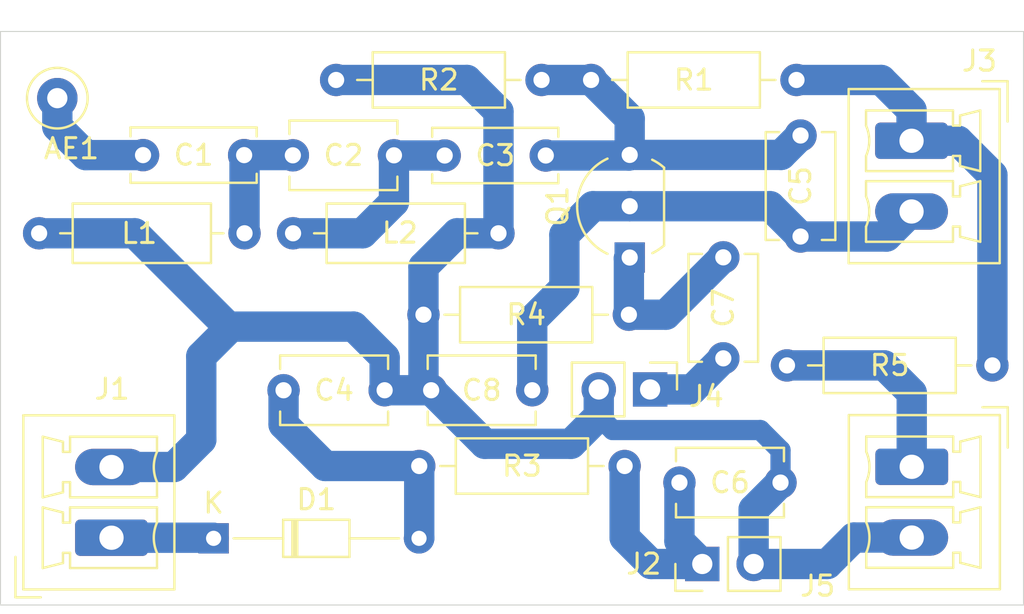
<source format=kicad_pcb>
(kicad_pcb (version 20171130) (host pcbnew 5.1.7-a382d34a8~88~ubuntu20.04.1)

  (general
    (thickness 1.6)
    (drawings 4)
    (tracks 90)
    (zones 0)
    (modules 25)
    (nets 14)
  )

  (page A4)
  (title_block
    (title "Arduino Superheterodyne Receiver")
    (date 2021-10-05)
    (rev 1.0.0)
    (company "Dilshan R Jayakody")
    (comment 1 jayakody2000lk@gmail.com)
    (comment 2 http://jayakody2000lk.blogspot.com)
    (comment 3 https://github.com/dilshan/arduino-superhet)
    (comment 4 "Filter, Mixer and Detector Stage")
  )

  (layers
    (0 F.Cu signal)
    (31 B.Cu signal hide)
    (32 B.Adhes user hide)
    (33 F.Adhes user hide)
    (34 B.Paste user hide)
    (35 F.Paste user hide)
    (36 B.SilkS user hide)
    (37 F.SilkS user hide)
    (38 B.Mask user hide)
    (39 F.Mask user hide)
    (40 Dwgs.User user hide)
    (41 Cmts.User user hide)
    (42 Eco1.User user hide)
    (43 Eco2.User user hide)
    (44 Edge.Cuts user)
    (45 Margin user hide)
    (46 B.CrtYd user hide)
    (47 F.CrtYd user hide)
    (48 B.Fab user hide)
    (49 F.Fab user)
  )

  (setup
    (last_trace_width 0.25)
    (user_trace_width 0.25)
    (user_trace_width 0.5)
    (user_trace_width 0.75)
    (user_trace_width 1)
    (user_trace_width 1.5)
    (trace_clearance 0.2)
    (zone_clearance 0.508)
    (zone_45_only no)
    (trace_min 0.2)
    (via_size 0.8)
    (via_drill 0.4)
    (via_min_size 0.4)
    (via_min_drill 0.3)
    (uvia_size 0.3)
    (uvia_drill 0.1)
    (uvias_allowed no)
    (uvia_min_size 0.2)
    (uvia_min_drill 0.1)
    (edge_width 0.05)
    (segment_width 0.2)
    (pcb_text_width 0.3)
    (pcb_text_size 1.5 1.5)
    (mod_edge_width 0.12)
    (mod_text_size 1 1)
    (mod_text_width 0.15)
    (pad_size 1.524 1.524)
    (pad_drill 0.762)
    (pad_to_mask_clearance 0)
    (aux_axis_origin 0 0)
    (visible_elements FFFFFF7F)
    (pcbplotparams
      (layerselection 0x010fc_ffffffff)
      (usegerberextensions false)
      (usegerberattributes true)
      (usegerberadvancedattributes true)
      (creategerberjobfile true)
      (excludeedgelayer true)
      (linewidth 0.100000)
      (plotframeref false)
      (viasonmask false)
      (mode 1)
      (useauxorigin false)
      (hpglpennumber 1)
      (hpglpenspeed 20)
      (hpglpendiameter 15.000000)
      (psnegative false)
      (psa4output false)
      (plotreference true)
      (plotvalue true)
      (plotinvisibletext false)
      (padsonsilk false)
      (subtractmaskfromsilk false)
      (outputformat 1)
      (mirror false)
      (drillshape 1)
      (scaleselection 1)
      (outputdirectory ""))
  )

  (net 0 "")
  (net 1 "Net-(AE1-Pad1)")
  (net 2 "Net-(C1-Pad1)")
  (net 3 "Net-(C2-Pad1)")
  (net 4 "Net-(C3-Pad1)")
  (net 5 GND)
  (net 6 "Net-(C4-Pad1)")
  (net 7 "Net-(C5-Pad1)")
  (net 8 "Net-(C6-Pad1)")
  (net 9 "Net-(C7-Pad2)")
  (net 10 "Net-(C7-Pad1)")
  (net 11 "Net-(D1-Pad1)")
  (net 12 "Net-(J3-Pad1)")
  (net 13 VCC)

  (net_class Default "This is the default net class."
    (clearance 0.2)
    (trace_width 0.25)
    (via_dia 0.8)
    (via_drill 0.4)
    (uvia_dia 0.3)
    (uvia_drill 0.1)
    (add_net GND)
    (add_net "Net-(AE1-Pad1)")
    (add_net "Net-(C1-Pad1)")
    (add_net "Net-(C2-Pad1)")
    (add_net "Net-(C3-Pad1)")
    (add_net "Net-(C4-Pad1)")
    (add_net "Net-(C5-Pad1)")
    (add_net "Net-(C6-Pad1)")
    (add_net "Net-(C7-Pad1)")
    (add_net "Net-(C7-Pad2)")
    (add_net "Net-(D1-Pad1)")
    (add_net "Net-(J3-Pad1)")
    (add_net VCC)
  )

  (module TestPoint:TestPoint_Loop_D1.80mm_Drill1.0mm_Beaded (layer F.Cu) (tedit 5A0F774F) (tstamp 61550278)
    (at 101.83 91.35)
    (descr "wire loop with bead as test point, loop diameter 1.8mm, hole diameter 1.0mm")
    (tags "test point wire loop bead")
    (path /6154AC8D)
    (fp_text reference AE1 (at 0.7 2.5) (layer F.SilkS)
      (effects (font (size 1 1) (thickness 0.15)))
    )
    (fp_text value Antenna (at 4.55 -2.14) (layer F.Fab)
      (effects (font (size 1 1) (thickness 0.15)))
    )
    (fp_circle (center 0 0) (end 1.3 0) (layer F.Fab) (width 0.12))
    (fp_line (start -0.9 0.2) (end -0.9 -0.2) (layer F.Fab) (width 0.12))
    (fp_line (start 0.9 0.2) (end -0.9 0.2) (layer F.Fab) (width 0.12))
    (fp_line (start 0.9 -0.2) (end 0.9 0.2) (layer F.Fab) (width 0.12))
    (fp_line (start -0.9 -0.2) (end 0.9 -0.2) (layer F.Fab) (width 0.12))
    (fp_circle (center 0 0) (end 1.5 0) (layer F.SilkS) (width 0.12))
    (fp_circle (center 0 0) (end 1.8 0) (layer F.CrtYd) (width 0.05))
    (fp_text user %R (at 0.7 2.5) (layer F.Fab)
      (effects (font (size 1 1) (thickness 0.15)))
    )
    (pad 1 thru_hole circle (at 0 0) (size 2 2) (drill 1) (layers *.Cu *.Mask)
      (net 1 "Net-(AE1-Pad1)"))
    (model ${KISYS3DMOD}/TestPoint.3dshapes/TestPoint_Loop_D1.80mm_Drill1.0mm_Beaded.wrl
      (at (xyz 0 0 0))
      (scale (xyz 1 1 1))
      (rotate (xyz 0 0 0))
    )
  )

  (module Capacitor_THT:C_Disc_D6.0mm_W2.5mm_P5.00mm (layer F.Cu) (tedit 5AE50EF0) (tstamp 6154E361)
    (at 111.07 94.17 180)
    (descr "C, Disc series, Radial, pin pitch=5.00mm, , diameter*width=6*2.5mm^2, Capacitor, http://cdn-reichelt.de/documents/datenblatt/B300/DS_KERKO_TC.pdf")
    (tags "C Disc series Radial pin pitch 5.00mm  diameter 6mm width 2.5mm Capacitor")
    (path /61547B98)
    (fp_text reference C1 (at 2.5 0) (layer F.SilkS)
      (effects (font (size 1 1) (thickness 0.15)))
    )
    (fp_text value 0.001MFD (at 2.5 2.5) (layer F.Fab)
      (effects (font (size 1 1) (thickness 0.15)))
    )
    (fp_line (start -0.5 -1.25) (end -0.5 1.25) (layer F.Fab) (width 0.1))
    (fp_line (start -0.5 1.25) (end 5.5 1.25) (layer F.Fab) (width 0.1))
    (fp_line (start 5.5 1.25) (end 5.5 -1.25) (layer F.Fab) (width 0.1))
    (fp_line (start 5.5 -1.25) (end -0.5 -1.25) (layer F.Fab) (width 0.1))
    (fp_line (start -0.62 -1.37) (end 5.62 -1.37) (layer F.SilkS) (width 0.12))
    (fp_line (start -0.62 1.37) (end 5.62 1.37) (layer F.SilkS) (width 0.12))
    (fp_line (start -0.62 -1.37) (end -0.62 -0.925) (layer F.SilkS) (width 0.12))
    (fp_line (start -0.62 0.925) (end -0.62 1.37) (layer F.SilkS) (width 0.12))
    (fp_line (start 5.62 -1.37) (end 5.62 -0.925) (layer F.SilkS) (width 0.12))
    (fp_line (start 5.62 0.925) (end 5.62 1.37) (layer F.SilkS) (width 0.12))
    (fp_line (start -1.05 -1.5) (end -1.05 1.5) (layer F.CrtYd) (width 0.05))
    (fp_line (start -1.05 1.5) (end 6.05 1.5) (layer F.CrtYd) (width 0.05))
    (fp_line (start 6.05 1.5) (end 6.05 -1.5) (layer F.CrtYd) (width 0.05))
    (fp_line (start 6.05 -1.5) (end -1.05 -1.5) (layer F.CrtYd) (width 0.05))
    (fp_text user %R (at 2.5 0) (layer F.Fab)
      (effects (font (size 1 1) (thickness 0.15)))
    )
    (pad 2 thru_hole circle (at 5 0 180) (size 1.6 1.6) (drill 0.8) (layers *.Cu *.Mask)
      (net 1 "Net-(AE1-Pad1)"))
    (pad 1 thru_hole circle (at 0 0 180) (size 1.6 1.6) (drill 0.8) (layers *.Cu *.Mask)
      (net 2 "Net-(C1-Pad1)"))
    (model ${KISYS3DMOD}/Capacitor_THT.3dshapes/C_Disc_D6.0mm_W2.5mm_P5.00mm.wrl
      (at (xyz 0 0 0))
      (scale (xyz 1 1 1))
      (rotate (xyz 0 0 0))
    )
  )

  (module Capacitor_THT:C_Disc_D5.1mm_W3.2mm_P5.00mm (layer F.Cu) (tedit 5AE50EF0) (tstamp 6154E376)
    (at 118.48 94.18 180)
    (descr "C, Disc series, Radial, pin pitch=5.00mm, , diameter*width=5.1*3.2mm^2, Capacitor, http://www.vishay.com/docs/45233/krseries.pdf")
    (tags "C Disc series Radial pin pitch 5.00mm  diameter 5.1mm width 3.2mm Capacitor")
    (path /61548AA7)
    (fp_text reference C2 (at 2.5 0) (layer F.SilkS)
      (effects (font (size 1 1) (thickness 0.15)))
    )
    (fp_text value 330pF (at 6.4 3.93 180) (layer F.Fab)
      (effects (font (size 1 1) (thickness 0.15)))
    )
    (fp_line (start -0.05 -1.6) (end -0.05 1.6) (layer F.Fab) (width 0.1))
    (fp_line (start -0.05 1.6) (end 5.05 1.6) (layer F.Fab) (width 0.1))
    (fp_line (start 5.05 1.6) (end 5.05 -1.6) (layer F.Fab) (width 0.1))
    (fp_line (start 5.05 -1.6) (end -0.05 -1.6) (layer F.Fab) (width 0.1))
    (fp_line (start -0.17 -1.721) (end 5.17 -1.721) (layer F.SilkS) (width 0.12))
    (fp_line (start -0.17 1.721) (end 5.17 1.721) (layer F.SilkS) (width 0.12))
    (fp_line (start -0.17 -1.721) (end -0.17 -1.055) (layer F.SilkS) (width 0.12))
    (fp_line (start -0.17 1.055) (end -0.17 1.721) (layer F.SilkS) (width 0.12))
    (fp_line (start 5.17 -1.721) (end 5.17 -1.055) (layer F.SilkS) (width 0.12))
    (fp_line (start 5.17 1.055) (end 5.17 1.721) (layer F.SilkS) (width 0.12))
    (fp_line (start -1.05 -1.85) (end -1.05 1.85) (layer F.CrtYd) (width 0.05))
    (fp_line (start -1.05 1.85) (end 6.05 1.85) (layer F.CrtYd) (width 0.05))
    (fp_line (start 6.05 1.85) (end 6.05 -1.85) (layer F.CrtYd) (width 0.05))
    (fp_line (start 6.05 -1.85) (end -1.05 -1.85) (layer F.CrtYd) (width 0.05))
    (fp_text user %R (at 2.5 0) (layer F.Fab)
      (effects (font (size 1 1) (thickness 0.15)))
    )
    (pad 2 thru_hole circle (at 5 0 180) (size 1.6 1.6) (drill 0.8) (layers *.Cu *.Mask)
      (net 2 "Net-(C1-Pad1)"))
    (pad 1 thru_hole circle (at 0 0 180) (size 1.6 1.6) (drill 0.8) (layers *.Cu *.Mask)
      (net 3 "Net-(C2-Pad1)"))
    (model ${KISYS3DMOD}/Capacitor_THT.3dshapes/C_Disc_D5.1mm_W3.2mm_P5.00mm.wrl
      (at (xyz 0 0 0))
      (scale (xyz 1 1 1))
      (rotate (xyz 0 0 0))
    )
  )

  (module Capacitor_THT:C_Disc_D6.0mm_W2.5mm_P5.00mm (layer F.Cu) (tedit 5AE50EF0) (tstamp 6154E38B)
    (at 125.99 94.19 180)
    (descr "C, Disc series, Radial, pin pitch=5.00mm, , diameter*width=6*2.5mm^2, Capacitor, http://cdn-reichelt.de/documents/datenblatt/B300/DS_KERKO_TC.pdf")
    (tags "C Disc series Radial pin pitch 5.00mm  diameter 6mm width 2.5mm Capacitor")
    (path /61549354)
    (fp_text reference C3 (at 2.5 0) (layer F.SilkS)
      (effects (font (size 1 1) (thickness 0.15)))
    )
    (fp_text value 0.001MFD (at -0.08 6.85) (layer F.Fab)
      (effects (font (size 1 1) (thickness 0.15)))
    )
    (fp_line (start 6.05 -1.5) (end -1.05 -1.5) (layer F.CrtYd) (width 0.05))
    (fp_line (start 6.05 1.5) (end 6.05 -1.5) (layer F.CrtYd) (width 0.05))
    (fp_line (start -1.05 1.5) (end 6.05 1.5) (layer F.CrtYd) (width 0.05))
    (fp_line (start -1.05 -1.5) (end -1.05 1.5) (layer F.CrtYd) (width 0.05))
    (fp_line (start 5.62 0.925) (end 5.62 1.37) (layer F.SilkS) (width 0.12))
    (fp_line (start 5.62 -1.37) (end 5.62 -0.925) (layer F.SilkS) (width 0.12))
    (fp_line (start -0.62 0.925) (end -0.62 1.37) (layer F.SilkS) (width 0.12))
    (fp_line (start -0.62 -1.37) (end -0.62 -0.925) (layer F.SilkS) (width 0.12))
    (fp_line (start -0.62 1.37) (end 5.62 1.37) (layer F.SilkS) (width 0.12))
    (fp_line (start -0.62 -1.37) (end 5.62 -1.37) (layer F.SilkS) (width 0.12))
    (fp_line (start 5.5 -1.25) (end -0.5 -1.25) (layer F.Fab) (width 0.1))
    (fp_line (start 5.5 1.25) (end 5.5 -1.25) (layer F.Fab) (width 0.1))
    (fp_line (start -0.5 1.25) (end 5.5 1.25) (layer F.Fab) (width 0.1))
    (fp_line (start -0.5 -1.25) (end -0.5 1.25) (layer F.Fab) (width 0.1))
    (fp_text user %R (at 2.5 0) (layer F.Fab)
      (effects (font (size 1 1) (thickness 0.15)))
    )
    (pad 1 thru_hole circle (at 0 0 180) (size 1.6 1.6) (drill 0.8) (layers *.Cu *.Mask)
      (net 4 "Net-(C3-Pad1)"))
    (pad 2 thru_hole circle (at 5 0 180) (size 1.6 1.6) (drill 0.8) (layers *.Cu *.Mask)
      (net 3 "Net-(C2-Pad1)"))
    (model ${KISYS3DMOD}/Capacitor_THT.3dshapes/C_Disc_D6.0mm_W2.5mm_P5.00mm.wrl
      (at (xyz 0 0 0))
      (scale (xyz 1 1 1))
      (rotate (xyz 0 0 0))
    )
  )

  (module Capacitor_THT:C_Disc_D5.1mm_W3.2mm_P5.00mm (layer F.Cu) (tedit 5AE50EF0) (tstamp 6154E3A0)
    (at 113.02 105.81)
    (descr "C, Disc series, Radial, pin pitch=5.00mm, , diameter*width=5.1*3.2mm^2, Capacitor, http://www.vishay.com/docs/45233/krseries.pdf")
    (tags "C Disc series Radial pin pitch 5.00mm  diameter 5.1mm width 3.2mm Capacitor")
    (path /6156B825)
    (fp_text reference C4 (at 2.5 0) (layer F.SilkS)
      (effects (font (size 1 1) (thickness 0.15)))
    )
    (fp_text value 0.01MFD (at 2.19 2.79) (layer F.Fab)
      (effects (font (size 1 1) (thickness 0.15)))
    )
    (fp_line (start -0.05 -1.6) (end -0.05 1.6) (layer F.Fab) (width 0.1))
    (fp_line (start -0.05 1.6) (end 5.05 1.6) (layer F.Fab) (width 0.1))
    (fp_line (start 5.05 1.6) (end 5.05 -1.6) (layer F.Fab) (width 0.1))
    (fp_line (start 5.05 -1.6) (end -0.05 -1.6) (layer F.Fab) (width 0.1))
    (fp_line (start -0.17 -1.721) (end 5.17 -1.721) (layer F.SilkS) (width 0.12))
    (fp_line (start -0.17 1.721) (end 5.17 1.721) (layer F.SilkS) (width 0.12))
    (fp_line (start -0.17 -1.721) (end -0.17 -1.055) (layer F.SilkS) (width 0.12))
    (fp_line (start -0.17 1.055) (end -0.17 1.721) (layer F.SilkS) (width 0.12))
    (fp_line (start 5.17 -1.721) (end 5.17 -1.055) (layer F.SilkS) (width 0.12))
    (fp_line (start 5.17 1.055) (end 5.17 1.721) (layer F.SilkS) (width 0.12))
    (fp_line (start -1.05 -1.85) (end -1.05 1.85) (layer F.CrtYd) (width 0.05))
    (fp_line (start -1.05 1.85) (end 6.05 1.85) (layer F.CrtYd) (width 0.05))
    (fp_line (start 6.05 1.85) (end 6.05 -1.85) (layer F.CrtYd) (width 0.05))
    (fp_line (start 6.05 -1.85) (end -1.05 -1.85) (layer F.CrtYd) (width 0.05))
    (fp_text user %R (at 2.5 0) (layer F.Fab)
      (effects (font (size 1 1) (thickness 0.15)))
    )
    (pad 2 thru_hole circle (at 5 0) (size 1.6 1.6) (drill 0.8) (layers *.Cu *.Mask)
      (net 5 GND))
    (pad 1 thru_hole circle (at 0 0) (size 1.6 1.6) (drill 0.8) (layers *.Cu *.Mask)
      (net 6 "Net-(C4-Pad1)"))
    (model ${KISYS3DMOD}/Capacitor_THT.3dshapes/C_Disc_D5.1mm_W3.2mm_P5.00mm.wrl
      (at (xyz 0 0 0))
      (scale (xyz 1 1 1))
      (rotate (xyz 0 0 0))
    )
  )

  (module Capacitor_THT:C_Disc_D5.1mm_W3.2mm_P5.00mm (layer F.Cu) (tedit 5AE50EF0) (tstamp 6154E3B5)
    (at 138.59 98.2 90)
    (descr "C, Disc series, Radial, pin pitch=5.00mm, , diameter*width=5.1*3.2mm^2, Capacitor, http://www.vishay.com/docs/45233/krseries.pdf")
    (tags "C Disc series Radial pin pitch 5.00mm  diameter 5.1mm width 3.2mm Capacitor")
    (path /6154E25C)
    (fp_text reference C5 (at 2.5 0 90) (layer F.SilkS)
      (effects (font (size 1 1) (thickness 0.15)))
    )
    (fp_text value 10pF (at 2.74 -2.95 270) (layer F.Fab)
      (effects (font (size 1 1) (thickness 0.15)))
    )
    (fp_line (start 6.05 -1.85) (end -1.05 -1.85) (layer F.CrtYd) (width 0.05))
    (fp_line (start 6.05 1.85) (end 6.05 -1.85) (layer F.CrtYd) (width 0.05))
    (fp_line (start -1.05 1.85) (end 6.05 1.85) (layer F.CrtYd) (width 0.05))
    (fp_line (start -1.05 -1.85) (end -1.05 1.85) (layer F.CrtYd) (width 0.05))
    (fp_line (start 5.17 1.055) (end 5.17 1.721) (layer F.SilkS) (width 0.12))
    (fp_line (start 5.17 -1.721) (end 5.17 -1.055) (layer F.SilkS) (width 0.12))
    (fp_line (start -0.17 1.055) (end -0.17 1.721) (layer F.SilkS) (width 0.12))
    (fp_line (start -0.17 -1.721) (end -0.17 -1.055) (layer F.SilkS) (width 0.12))
    (fp_line (start -0.17 1.721) (end 5.17 1.721) (layer F.SilkS) (width 0.12))
    (fp_line (start -0.17 -1.721) (end 5.17 -1.721) (layer F.SilkS) (width 0.12))
    (fp_line (start 5.05 -1.6) (end -0.05 -1.6) (layer F.Fab) (width 0.1))
    (fp_line (start 5.05 1.6) (end 5.05 -1.6) (layer F.Fab) (width 0.1))
    (fp_line (start -0.05 1.6) (end 5.05 1.6) (layer F.Fab) (width 0.1))
    (fp_line (start -0.05 -1.6) (end -0.05 1.6) (layer F.Fab) (width 0.1))
    (fp_text user %R (at 2.5 0 90) (layer F.Fab)
      (effects (font (size 1 1) (thickness 0.15)))
    )
    (pad 1 thru_hole circle (at 0 0 90) (size 1.6 1.6) (drill 0.8) (layers *.Cu *.Mask)
      (net 7 "Net-(C5-Pad1)"))
    (pad 2 thru_hole circle (at 5 0 90) (size 1.6 1.6) (drill 0.8) (layers *.Cu *.Mask)
      (net 4 "Net-(C3-Pad1)"))
    (model ${KISYS3DMOD}/Capacitor_THT.3dshapes/C_Disc_D5.1mm_W3.2mm_P5.00mm.wrl
      (at (xyz 0 0 0))
      (scale (xyz 1 1 1))
      (rotate (xyz 0 0 0))
    )
  )

  (module Capacitor_THT:C_Disc_D5.1mm_W3.2mm_P5.00mm (layer F.Cu) (tedit 5AE50EF0) (tstamp 6154E3CA)
    (at 132.6 110.38)
    (descr "C, Disc series, Radial, pin pitch=5.00mm, , diameter*width=5.1*3.2mm^2, Capacitor, http://www.vishay.com/docs/45233/krseries.pdf")
    (tags "C Disc series Radial pin pitch 5.00mm  diameter 5.1mm width 3.2mm Capacitor")
    (path /6156F099)
    (fp_text reference C6 (at 2.5 0) (layer F.SilkS)
      (effects (font (size 1 1) (thickness 0.15)))
    )
    (fp_text value 0.02MFD (at 7.01 -0.54 90) (layer F.Fab)
      (effects (font (size 1 1) (thickness 0.15)))
    )
    (fp_line (start 6.05 -1.85) (end -1.05 -1.85) (layer F.CrtYd) (width 0.05))
    (fp_line (start 6.05 1.85) (end 6.05 -1.85) (layer F.CrtYd) (width 0.05))
    (fp_line (start -1.05 1.85) (end 6.05 1.85) (layer F.CrtYd) (width 0.05))
    (fp_line (start -1.05 -1.85) (end -1.05 1.85) (layer F.CrtYd) (width 0.05))
    (fp_line (start 5.17 1.055) (end 5.17 1.721) (layer F.SilkS) (width 0.12))
    (fp_line (start 5.17 -1.721) (end 5.17 -1.055) (layer F.SilkS) (width 0.12))
    (fp_line (start -0.17 1.055) (end -0.17 1.721) (layer F.SilkS) (width 0.12))
    (fp_line (start -0.17 -1.721) (end -0.17 -1.055) (layer F.SilkS) (width 0.12))
    (fp_line (start -0.17 1.721) (end 5.17 1.721) (layer F.SilkS) (width 0.12))
    (fp_line (start -0.17 -1.721) (end 5.17 -1.721) (layer F.SilkS) (width 0.12))
    (fp_line (start 5.05 -1.6) (end -0.05 -1.6) (layer F.Fab) (width 0.1))
    (fp_line (start 5.05 1.6) (end 5.05 -1.6) (layer F.Fab) (width 0.1))
    (fp_line (start -0.05 1.6) (end 5.05 1.6) (layer F.Fab) (width 0.1))
    (fp_line (start -0.05 -1.6) (end -0.05 1.6) (layer F.Fab) (width 0.1))
    (fp_text user %R (at 2.5 0) (layer F.Fab)
      (effects (font (size 1 1) (thickness 0.15)))
    )
    (pad 1 thru_hole circle (at 0 0) (size 1.6 1.6) (drill 0.8) (layers *.Cu *.Mask)
      (net 8 "Net-(C6-Pad1)"))
    (pad 2 thru_hole circle (at 5 0) (size 1.6 1.6) (drill 0.8) (layers *.Cu *.Mask)
      (net 5 GND))
    (model ${KISYS3DMOD}/Capacitor_THT.3dshapes/C_Disc_D5.1mm_W3.2mm_P5.00mm.wrl
      (at (xyz 0 0 0))
      (scale (xyz 1 1 1))
      (rotate (xyz 0 0 0))
    )
  )

  (module Capacitor_THT:C_Disc_D5.1mm_W3.2mm_P5.00mm (layer F.Cu) (tedit 5AE50EF0) (tstamp 61550915)
    (at 134.77 104.23 90)
    (descr "C, Disc series, Radial, pin pitch=5.00mm, , diameter*width=5.1*3.2mm^2, Capacitor, http://www.vishay.com/docs/45233/krseries.pdf")
    (tags "C Disc series Radial pin pitch 5.00mm  diameter 5.1mm width 3.2mm Capacitor")
    (path /61553928)
    (fp_text reference C7 (at 2.5 0 90) (layer F.SilkS)
      (effects (font (size 1 1) (thickness 0.15)))
    )
    (fp_text value 0.01MFD (at 2.88 5.35 180) (layer F.Fab)
      (effects (font (size 1 1) (thickness 0.15)))
    )
    (fp_line (start -0.05 -1.6) (end -0.05 1.6) (layer F.Fab) (width 0.1))
    (fp_line (start -0.05 1.6) (end 5.05 1.6) (layer F.Fab) (width 0.1))
    (fp_line (start 5.05 1.6) (end 5.05 -1.6) (layer F.Fab) (width 0.1))
    (fp_line (start 5.05 -1.6) (end -0.05 -1.6) (layer F.Fab) (width 0.1))
    (fp_line (start -0.17 -1.721) (end 5.17 -1.721) (layer F.SilkS) (width 0.12))
    (fp_line (start -0.17 1.721) (end 5.17 1.721) (layer F.SilkS) (width 0.12))
    (fp_line (start -0.17 -1.721) (end -0.17 -1.055) (layer F.SilkS) (width 0.12))
    (fp_line (start -0.17 1.055) (end -0.17 1.721) (layer F.SilkS) (width 0.12))
    (fp_line (start 5.17 -1.721) (end 5.17 -1.055) (layer F.SilkS) (width 0.12))
    (fp_line (start 5.17 1.055) (end 5.17 1.721) (layer F.SilkS) (width 0.12))
    (fp_line (start -1.05 -1.85) (end -1.05 1.85) (layer F.CrtYd) (width 0.05))
    (fp_line (start -1.05 1.85) (end 6.05 1.85) (layer F.CrtYd) (width 0.05))
    (fp_line (start 6.05 1.85) (end 6.05 -1.85) (layer F.CrtYd) (width 0.05))
    (fp_line (start 6.05 -1.85) (end -1.05 -1.85) (layer F.CrtYd) (width 0.05))
    (fp_text user %R (at 2.5 0 90) (layer F.Fab)
      (effects (font (size 1 1) (thickness 0.15)))
    )
    (pad 2 thru_hole circle (at 5 0 90) (size 1.6 1.6) (drill 0.8) (layers *.Cu *.Mask)
      (net 9 "Net-(C7-Pad2)"))
    (pad 1 thru_hole circle (at 0 0 90) (size 1.6 1.6) (drill 0.8) (layers *.Cu *.Mask)
      (net 10 "Net-(C7-Pad1)"))
    (model ${KISYS3DMOD}/Capacitor_THT.3dshapes/C_Disc_D5.1mm_W3.2mm_P5.00mm.wrl
      (at (xyz 0 0 0))
      (scale (xyz 1 1 1))
      (rotate (xyz 0 0 0))
    )
  )

  (module Capacitor_THT:C_Disc_D5.1mm_W3.2mm_P5.00mm (layer F.Cu) (tedit 5AE50EF0) (tstamp 6154E3F4)
    (at 125.32 105.81 180)
    (descr "C, Disc series, Radial, pin pitch=5.00mm, , diameter*width=5.1*3.2mm^2, Capacitor, http://www.vishay.com/docs/45233/krseries.pdf")
    (tags "C Disc series Radial pin pitch 5.00mm  diameter 5.1mm width 3.2mm Capacitor")
    (path /6155F2C9)
    (fp_text reference C8 (at 2.5 0) (layer F.SilkS)
      (effects (font (size 1 1) (thickness 0.15)))
    )
    (fp_text value 100pF (at 8.9 3) (layer F.Fab)
      (effects (font (size 1 1) (thickness 0.15)))
    )
    (fp_line (start 6.05 -1.85) (end -1.05 -1.85) (layer F.CrtYd) (width 0.05))
    (fp_line (start 6.05 1.85) (end 6.05 -1.85) (layer F.CrtYd) (width 0.05))
    (fp_line (start -1.05 1.85) (end 6.05 1.85) (layer F.CrtYd) (width 0.05))
    (fp_line (start -1.05 -1.85) (end -1.05 1.85) (layer F.CrtYd) (width 0.05))
    (fp_line (start 5.17 1.055) (end 5.17 1.721) (layer F.SilkS) (width 0.12))
    (fp_line (start 5.17 -1.721) (end 5.17 -1.055) (layer F.SilkS) (width 0.12))
    (fp_line (start -0.17 1.055) (end -0.17 1.721) (layer F.SilkS) (width 0.12))
    (fp_line (start -0.17 -1.721) (end -0.17 -1.055) (layer F.SilkS) (width 0.12))
    (fp_line (start -0.17 1.721) (end 5.17 1.721) (layer F.SilkS) (width 0.12))
    (fp_line (start -0.17 -1.721) (end 5.17 -1.721) (layer F.SilkS) (width 0.12))
    (fp_line (start 5.05 -1.6) (end -0.05 -1.6) (layer F.Fab) (width 0.1))
    (fp_line (start 5.05 1.6) (end 5.05 -1.6) (layer F.Fab) (width 0.1))
    (fp_line (start -0.05 1.6) (end 5.05 1.6) (layer F.Fab) (width 0.1))
    (fp_line (start -0.05 -1.6) (end -0.05 1.6) (layer F.Fab) (width 0.1))
    (fp_text user %R (at 2.5 0) (layer F.Fab)
      (effects (font (size 1 1) (thickness 0.15)))
    )
    (pad 1 thru_hole circle (at 0 0 180) (size 1.6 1.6) (drill 0.8) (layers *.Cu *.Mask)
      (net 7 "Net-(C5-Pad1)"))
    (pad 2 thru_hole circle (at 5 0 180) (size 1.6 1.6) (drill 0.8) (layers *.Cu *.Mask)
      (net 5 GND))
    (model ${KISYS3DMOD}/Capacitor_THT.3dshapes/C_Disc_D5.1mm_W3.2mm_P5.00mm.wrl
      (at (xyz 0 0 0))
      (scale (xyz 1 1 1))
      (rotate (xyz 0 0 0))
    )
  )

  (module Diode_THT:D_DO-34_SOD68_P10.16mm_Horizontal (layer F.Cu) (tedit 5AE50CD5) (tstamp 6154E413)
    (at 109.56 113.14)
    (descr "Diode, DO-34_SOD68 series, Axial, Horizontal, pin pitch=10.16mm, , length*diameter=3.04*1.6mm^2, , https://www.nxp.com/docs/en/data-sheet/KTY83_SER.pdf")
    (tags "Diode DO-34_SOD68 series Axial Horizontal pin pitch 10.16mm  length 3.04mm diameter 1.6mm")
    (path /6156A8BD)
    (fp_text reference D1 (at 5.08 -1.92) (layer F.SilkS)
      (effects (font (size 1 1) (thickness 0.15)))
    )
    (fp_text value 1N34 (at 5.08 1.92) (layer F.Fab)
      (effects (font (size 1 1) (thickness 0.15)))
    )
    (fp_line (start 11.16 -1.05) (end -1 -1.05) (layer F.CrtYd) (width 0.05))
    (fp_line (start 11.16 1.05) (end 11.16 -1.05) (layer F.CrtYd) (width 0.05))
    (fp_line (start -1 1.05) (end 11.16 1.05) (layer F.CrtYd) (width 0.05))
    (fp_line (start -1 -1.05) (end -1 1.05) (layer F.CrtYd) (width 0.05))
    (fp_line (start 3.896 -0.92) (end 3.896 0.92) (layer F.SilkS) (width 0.12))
    (fp_line (start 4.136 -0.92) (end 4.136 0.92) (layer F.SilkS) (width 0.12))
    (fp_line (start 4.016 -0.92) (end 4.016 0.92) (layer F.SilkS) (width 0.12))
    (fp_line (start 9.17 0) (end 6.72 0) (layer F.SilkS) (width 0.12))
    (fp_line (start 0.99 0) (end 3.44 0) (layer F.SilkS) (width 0.12))
    (fp_line (start 6.72 -0.92) (end 3.44 -0.92) (layer F.SilkS) (width 0.12))
    (fp_line (start 6.72 0.92) (end 6.72 -0.92) (layer F.SilkS) (width 0.12))
    (fp_line (start 3.44 0.92) (end 6.72 0.92) (layer F.SilkS) (width 0.12))
    (fp_line (start 3.44 -0.92) (end 3.44 0.92) (layer F.SilkS) (width 0.12))
    (fp_line (start 3.916 -0.8) (end 3.916 0.8) (layer F.Fab) (width 0.1))
    (fp_line (start 4.116 -0.8) (end 4.116 0.8) (layer F.Fab) (width 0.1))
    (fp_line (start 4.016 -0.8) (end 4.016 0.8) (layer F.Fab) (width 0.1))
    (fp_line (start 10.16 0) (end 6.6 0) (layer F.Fab) (width 0.1))
    (fp_line (start 0 0) (end 3.56 0) (layer F.Fab) (width 0.1))
    (fp_line (start 6.6 -0.8) (end 3.56 -0.8) (layer F.Fab) (width 0.1))
    (fp_line (start 6.6 0.8) (end 6.6 -0.8) (layer F.Fab) (width 0.1))
    (fp_line (start 3.56 0.8) (end 6.6 0.8) (layer F.Fab) (width 0.1))
    (fp_line (start 3.56 -0.8) (end 3.56 0.8) (layer F.Fab) (width 0.1))
    (fp_text user %R (at 5.308 0) (layer F.Fab)
      (effects (font (size 0.608 0.608) (thickness 0.0912)))
    )
    (fp_text user K (at 0 -1.75) (layer F.Fab)
      (effects (font (size 1 1) (thickness 0.15)))
    )
    (fp_text user K (at 0 -1.75) (layer F.SilkS)
      (effects (font (size 1 1) (thickness 0.15)))
    )
    (pad 1 thru_hole rect (at 0 0) (size 1.5 1.5) (drill 0.75) (layers *.Cu *.Mask)
      (net 11 "Net-(D1-Pad1)"))
    (pad 2 thru_hole oval (at 10.16 0) (size 1.5 1.5) (drill 0.75) (layers *.Cu *.Mask)
      (net 6 "Net-(C4-Pad1)"))
    (model ${KISYS3DMOD}/Diode_THT.3dshapes/D_DO-34_SOD68_P10.16mm_Horizontal.wrl
      (at (xyz 0 0 0))
      (scale (xyz 1 1 1))
      (rotate (xyz 0 0 0))
    )
  )

  (module Connector_Phoenix_MC:PhoenixContact_MCV_1,5_2-G-3.5_1x02_P3.50mm_Vertical (layer F.Cu) (tedit 5B784ED0) (tstamp 6154E446)
    (at 104.51 113.11 90)
    (descr "Generic Phoenix Contact connector footprint for: MCV_1,5/2-G-3.5; number of pins: 02; pin pitch: 3.50mm; Vertical || order number: 1843606 8A 160V")
    (tags "phoenix_contact connector MCV_01x02_G_3.5mm")
    (path /615618B4)
    (fp_text reference J1 (at 7.36 0.03 180) (layer F.SilkS)
      (effects (font (size 1 1) (thickness 0.15)))
    )
    (fp_text value "3.5mm Terminal" (at 1.75 4.2 90) (layer F.Fab) hide
      (effects (font (size 1 1) (thickness 0.15)))
    )
    (fp_line (start -2.56 -4.36) (end -2.56 3.11) (layer F.SilkS) (width 0.12))
    (fp_line (start -2.56 3.11) (end 6.06 3.11) (layer F.SilkS) (width 0.12))
    (fp_line (start 6.06 3.11) (end 6.06 -4.36) (layer F.SilkS) (width 0.12))
    (fp_line (start 6.06 -4.36) (end -2.56 -4.36) (layer F.SilkS) (width 0.12))
    (fp_line (start -2.45 -4.25) (end -2.45 3) (layer F.Fab) (width 0.1))
    (fp_line (start -2.45 3) (end 5.95 3) (layer F.Fab) (width 0.1))
    (fp_line (start 5.95 3) (end 5.95 -4.25) (layer F.Fab) (width 0.1))
    (fp_line (start 5.95 -4.25) (end -2.45 -4.25) (layer F.Fab) (width 0.1))
    (fp_line (start -0.75 2.25) (end -1.5 2.25) (layer F.SilkS) (width 0.12))
    (fp_line (start -1.5 2.25) (end -1.5 -2.05) (layer F.SilkS) (width 0.12))
    (fp_line (start -1.5 -2.05) (end -0.75 -2.05) (layer F.SilkS) (width 0.12))
    (fp_line (start -0.75 -2.05) (end -0.75 -2.4) (layer F.SilkS) (width 0.12))
    (fp_line (start -0.75 -2.4) (end -1.25 -2.4) (layer F.SilkS) (width 0.12))
    (fp_line (start -1.25 -2.4) (end -1.5 -3.4) (layer F.SilkS) (width 0.12))
    (fp_line (start -1.5 -3.4) (end 1.5 -3.4) (layer F.SilkS) (width 0.12))
    (fp_line (start 1.5 -3.4) (end 1.25 -2.4) (layer F.SilkS) (width 0.12))
    (fp_line (start 1.25 -2.4) (end 0.75 -2.4) (layer F.SilkS) (width 0.12))
    (fp_line (start 0.75 -2.4) (end 0.75 -2.05) (layer F.SilkS) (width 0.12))
    (fp_line (start 0.75 -2.05) (end 1.5 -2.05) (layer F.SilkS) (width 0.12))
    (fp_line (start 1.5 -2.05) (end 1.5 2.25) (layer F.SilkS) (width 0.12))
    (fp_line (start 1.5 2.25) (end 0.75 2.25) (layer F.SilkS) (width 0.12))
    (fp_line (start 2.75 2.25) (end 2 2.25) (layer F.SilkS) (width 0.12))
    (fp_line (start 2 2.25) (end 2 -2.05) (layer F.SilkS) (width 0.12))
    (fp_line (start 2 -2.05) (end 2.75 -2.05) (layer F.SilkS) (width 0.12))
    (fp_line (start 2.75 -2.05) (end 2.75 -2.4) (layer F.SilkS) (width 0.12))
    (fp_line (start 2.75 -2.4) (end 2.25 -2.4) (layer F.SilkS) (width 0.12))
    (fp_line (start 2.25 -2.4) (end 2 -3.4) (layer F.SilkS) (width 0.12))
    (fp_line (start 2 -3.4) (end 5 -3.4) (layer F.SilkS) (width 0.12))
    (fp_line (start 5 -3.4) (end 4.75 -2.4) (layer F.SilkS) (width 0.12))
    (fp_line (start 4.75 -2.4) (end 4.25 -2.4) (layer F.SilkS) (width 0.12))
    (fp_line (start 4.25 -2.4) (end 4.25 -2.05) (layer F.SilkS) (width 0.12))
    (fp_line (start 4.25 -2.05) (end 5 -2.05) (layer F.SilkS) (width 0.12))
    (fp_line (start 5 -2.05) (end 5 2.25) (layer F.SilkS) (width 0.12))
    (fp_line (start 5 2.25) (end 4.25 2.25) (layer F.SilkS) (width 0.12))
    (fp_line (start -2.95 -4.75) (end -2.95 3.5) (layer F.CrtYd) (width 0.05))
    (fp_line (start -2.95 3.5) (end 6.45 3.5) (layer F.CrtYd) (width 0.05))
    (fp_line (start 6.45 3.5) (end 6.45 -4.75) (layer F.CrtYd) (width 0.05))
    (fp_line (start 6.45 -4.75) (end -2.95 -4.75) (layer F.CrtYd) (width 0.05))
    (fp_line (start -2.95 -3.5) (end -2.95 -4.75) (layer F.SilkS) (width 0.12))
    (fp_line (start -2.95 -4.75) (end -0.95 -4.75) (layer F.SilkS) (width 0.12))
    (fp_line (start -2.95 -3.5) (end -2.95 -4.75) (layer F.Fab) (width 0.1))
    (fp_line (start -2.95 -4.75) (end -0.95 -4.75) (layer F.Fab) (width 0.1))
    (fp_text user %R (at 7.36 0.03 180) (layer F.Fab)
      (effects (font (size 1 1) (thickness 0.15)))
    )
    (fp_arc (start 3.5 3.95) (end 2.75 2.25) (angle 47.6) (layer F.SilkS) (width 0.12))
    (fp_arc (start 0 3.95) (end -0.75 2.25) (angle 47.6) (layer F.SilkS) (width 0.12))
    (pad 2 thru_hole oval (at 3.5 0 90) (size 1.8 3.6) (drill 1.2) (layers *.Cu *.Mask)
      (net 5 GND))
    (pad 1 thru_hole roundrect (at 0 0 90) (size 1.8 3.6) (drill 1.2) (layers *.Cu *.Mask) (roundrect_rratio 0.138889)
      (net 11 "Net-(D1-Pad1)"))
    (model ${KISYS3DMOD}/Connector_Phoenix_MC.3dshapes/PhoenixContact_MCV_1,5_2-G-3.5_1x02_P3.50mm_Vertical.wrl
      (at (xyz 0 0 0))
      (scale (xyz 1 1 1))
      (rotate (xyz 0 0 0))
    )
  )

  (module Connector_PinHeader_2.54mm:PinHeader_1x02_P2.54mm_Vertical (layer F.Cu) (tedit 59FED5CC) (tstamp 6154E45C)
    (at 133.73 114.41 90)
    (descr "Through hole straight pin header, 1x02, 2.54mm pitch, single row")
    (tags "Through hole pin header THT 1x02 2.54mm single row")
    (path /6157056D)
    (fp_text reference J2 (at 0 -2.89 180) (layer F.SilkS)
      (effects (font (size 1 1) (thickness 0.15)))
    )
    (fp_text value "2.54mm Terminal" (at 0 4.87 90) (layer F.Fab) hide
      (effects (font (size 1 1) (thickness 0.15)))
    )
    (fp_line (start 1.8 -1.8) (end -1.8 -1.8) (layer F.CrtYd) (width 0.05))
    (fp_line (start 1.8 4.35) (end 1.8 -1.8) (layer F.CrtYd) (width 0.05))
    (fp_line (start -1.8 4.35) (end 1.8 4.35) (layer F.CrtYd) (width 0.05))
    (fp_line (start -1.8 -1.8) (end -1.8 4.35) (layer F.CrtYd) (width 0.05))
    (fp_line (start -1.33 -1.33) (end 0 -1.33) (layer F.SilkS) (width 0.12))
    (fp_line (start -1.33 0) (end -1.33 -1.33) (layer F.SilkS) (width 0.12))
    (fp_line (start -1.33 1.27) (end 1.33 1.27) (layer F.SilkS) (width 0.12))
    (fp_line (start 1.33 1.27) (end 1.33 3.87) (layer F.SilkS) (width 0.12))
    (fp_line (start -1.33 1.27) (end -1.33 3.87) (layer F.SilkS) (width 0.12))
    (fp_line (start -1.33 3.87) (end 1.33 3.87) (layer F.SilkS) (width 0.12))
    (fp_line (start -1.27 -0.635) (end -0.635 -1.27) (layer F.Fab) (width 0.1))
    (fp_line (start -1.27 3.81) (end -1.27 -0.635) (layer F.Fab) (width 0.1))
    (fp_line (start 1.27 3.81) (end -1.27 3.81) (layer F.Fab) (width 0.1))
    (fp_line (start 1.27 -1.27) (end 1.27 3.81) (layer F.Fab) (width 0.1))
    (fp_line (start -0.635 -1.27) (end 1.27 -1.27) (layer F.Fab) (width 0.1))
    (fp_text user %R (at 0 -2.89 180) (layer F.Fab)
      (effects (font (size 1 1) (thickness 0.15)))
    )
    (pad 1 thru_hole rect (at 0 0 90) (size 1.7 1.7) (drill 1) (layers *.Cu *.Mask)
      (net 8 "Net-(C6-Pad1)"))
    (pad 2 thru_hole oval (at 0 2.54 90) (size 1.7 1.7) (drill 1) (layers *.Cu *.Mask)
      (net 5 GND))
    (model ${KISYS3DMOD}/Connector_PinHeader_2.54mm.3dshapes/PinHeader_1x02_P2.54mm_Vertical.wrl
      (at (xyz 0 0 0))
      (scale (xyz 1 1 1))
      (rotate (xyz 0 0 0))
    )
  )

  (module Connector_Phoenix_MC:PhoenixContact_MCV_1,5_2-G-3.5_1x02_P3.50mm_Vertical (layer F.Cu) (tedit 5B784ED0) (tstamp 6154FEE5)
    (at 144.08 93.46 270)
    (descr "Generic Phoenix Contact connector footprint for: MCV_1,5/2-G-3.5; number of pins: 02; pin pitch: 3.50mm; Vertical || order number: 1843606 8A 160V")
    (tags "phoenix_contact connector MCV_01x02_G_3.5mm")
    (path /61557619)
    (fp_text reference J3 (at -3.95 -3.36 180) (layer F.SilkS)
      (effects (font (size 1 1) (thickness 0.15)))
    )
    (fp_text value "3.5mm Terminal" (at 1.75 4.2 90) (layer F.Fab) hide
      (effects (font (size 1 1) (thickness 0.15)))
    )
    (fp_line (start -2.95 -4.75) (end -0.95 -4.75) (layer F.Fab) (width 0.1))
    (fp_line (start -2.95 -3.5) (end -2.95 -4.75) (layer F.Fab) (width 0.1))
    (fp_line (start -2.95 -4.75) (end -0.95 -4.75) (layer F.SilkS) (width 0.12))
    (fp_line (start -2.95 -3.5) (end -2.95 -4.75) (layer F.SilkS) (width 0.12))
    (fp_line (start 6.45 -4.75) (end -2.95 -4.75) (layer F.CrtYd) (width 0.05))
    (fp_line (start 6.45 3.5) (end 6.45 -4.75) (layer F.CrtYd) (width 0.05))
    (fp_line (start -2.95 3.5) (end 6.45 3.5) (layer F.CrtYd) (width 0.05))
    (fp_line (start -2.95 -4.75) (end -2.95 3.5) (layer F.CrtYd) (width 0.05))
    (fp_line (start 5 2.25) (end 4.25 2.25) (layer F.SilkS) (width 0.12))
    (fp_line (start 5 -2.05) (end 5 2.25) (layer F.SilkS) (width 0.12))
    (fp_line (start 4.25 -2.05) (end 5 -2.05) (layer F.SilkS) (width 0.12))
    (fp_line (start 4.25 -2.4) (end 4.25 -2.05) (layer F.SilkS) (width 0.12))
    (fp_line (start 4.75 -2.4) (end 4.25 -2.4) (layer F.SilkS) (width 0.12))
    (fp_line (start 5 -3.4) (end 4.75 -2.4) (layer F.SilkS) (width 0.12))
    (fp_line (start 2 -3.4) (end 5 -3.4) (layer F.SilkS) (width 0.12))
    (fp_line (start 2.25 -2.4) (end 2 -3.4) (layer F.SilkS) (width 0.12))
    (fp_line (start 2.75 -2.4) (end 2.25 -2.4) (layer F.SilkS) (width 0.12))
    (fp_line (start 2.75 -2.05) (end 2.75 -2.4) (layer F.SilkS) (width 0.12))
    (fp_line (start 2 -2.05) (end 2.75 -2.05) (layer F.SilkS) (width 0.12))
    (fp_line (start 2 2.25) (end 2 -2.05) (layer F.SilkS) (width 0.12))
    (fp_line (start 2.75 2.25) (end 2 2.25) (layer F.SilkS) (width 0.12))
    (fp_line (start 1.5 2.25) (end 0.75 2.25) (layer F.SilkS) (width 0.12))
    (fp_line (start 1.5 -2.05) (end 1.5 2.25) (layer F.SilkS) (width 0.12))
    (fp_line (start 0.75 -2.05) (end 1.5 -2.05) (layer F.SilkS) (width 0.12))
    (fp_line (start 0.75 -2.4) (end 0.75 -2.05) (layer F.SilkS) (width 0.12))
    (fp_line (start 1.25 -2.4) (end 0.75 -2.4) (layer F.SilkS) (width 0.12))
    (fp_line (start 1.5 -3.4) (end 1.25 -2.4) (layer F.SilkS) (width 0.12))
    (fp_line (start -1.5 -3.4) (end 1.5 -3.4) (layer F.SilkS) (width 0.12))
    (fp_line (start -1.25 -2.4) (end -1.5 -3.4) (layer F.SilkS) (width 0.12))
    (fp_line (start -0.75 -2.4) (end -1.25 -2.4) (layer F.SilkS) (width 0.12))
    (fp_line (start -0.75 -2.05) (end -0.75 -2.4) (layer F.SilkS) (width 0.12))
    (fp_line (start -1.5 -2.05) (end -0.75 -2.05) (layer F.SilkS) (width 0.12))
    (fp_line (start -1.5 2.25) (end -1.5 -2.05) (layer F.SilkS) (width 0.12))
    (fp_line (start -0.75 2.25) (end -1.5 2.25) (layer F.SilkS) (width 0.12))
    (fp_line (start 5.95 -4.25) (end -2.45 -4.25) (layer F.Fab) (width 0.1))
    (fp_line (start 5.95 3) (end 5.95 -4.25) (layer F.Fab) (width 0.1))
    (fp_line (start -2.45 3) (end 5.95 3) (layer F.Fab) (width 0.1))
    (fp_line (start -2.45 -4.25) (end -2.45 3) (layer F.Fab) (width 0.1))
    (fp_line (start 6.06 -4.36) (end -2.56 -4.36) (layer F.SilkS) (width 0.12))
    (fp_line (start 6.06 3.11) (end 6.06 -4.36) (layer F.SilkS) (width 0.12))
    (fp_line (start -2.56 3.11) (end 6.06 3.11) (layer F.SilkS) (width 0.12))
    (fp_line (start -2.56 -4.36) (end -2.56 3.11) (layer F.SilkS) (width 0.12))
    (fp_arc (start 0 3.95) (end -0.75 2.25) (angle 47.6) (layer F.SilkS) (width 0.12))
    (fp_arc (start 3.5 3.95) (end 2.75 2.25) (angle 47.6) (layer F.SilkS) (width 0.12))
    (fp_text user %R (at -3.95 -3.36 180) (layer F.Fab)
      (effects (font (size 1 1) (thickness 0.15)))
    )
    (pad 1 thru_hole roundrect (at 0 0 270) (size 1.8 3.6) (drill 1.2) (layers *.Cu *.Mask) (roundrect_rratio 0.138889)
      (net 12 "Net-(J3-Pad1)"))
    (pad 2 thru_hole oval (at 3.5 0 270) (size 1.8 3.6) (drill 1.2) (layers *.Cu *.Mask)
      (net 7 "Net-(C5-Pad1)"))
    (model ${KISYS3DMOD}/Connector_Phoenix_MC.3dshapes/PhoenixContact_MCV_1,5_2-G-3.5_1x02_P3.50mm_Vertical.wrl
      (at (xyz 0 0 0))
      (scale (xyz 1 1 1))
      (rotate (xyz 0 0 0))
    )
  )

  (module Connector_PinHeader_2.54mm:PinHeader_1x02_P2.54mm_Vertical (layer F.Cu) (tedit 59FED5CC) (tstamp 6154E4A5)
    (at 131.15 105.77 270)
    (descr "Through hole straight pin header, 1x02, 2.54mm pitch, single row")
    (tags "Through hole pin header THT 1x02 2.54mm single row")
    (path /61555119)
    (fp_text reference J4 (at 0.34 -2.78 180) (layer F.SilkS)
      (effects (font (size 1 1) (thickness 0.15)))
    )
    (fp_text value "2.54mm Terminal" (at 0 4.87 90) (layer F.Fab) hide
      (effects (font (size 1 1) (thickness 0.15)))
    )
    (fp_line (start -0.635 -1.27) (end 1.27 -1.27) (layer F.Fab) (width 0.1))
    (fp_line (start 1.27 -1.27) (end 1.27 3.81) (layer F.Fab) (width 0.1))
    (fp_line (start 1.27 3.81) (end -1.27 3.81) (layer F.Fab) (width 0.1))
    (fp_line (start -1.27 3.81) (end -1.27 -0.635) (layer F.Fab) (width 0.1))
    (fp_line (start -1.27 -0.635) (end -0.635 -1.27) (layer F.Fab) (width 0.1))
    (fp_line (start -1.33 3.87) (end 1.33 3.87) (layer F.SilkS) (width 0.12))
    (fp_line (start -1.33 1.27) (end -1.33 3.87) (layer F.SilkS) (width 0.12))
    (fp_line (start 1.33 1.27) (end 1.33 3.87) (layer F.SilkS) (width 0.12))
    (fp_line (start -1.33 1.27) (end 1.33 1.27) (layer F.SilkS) (width 0.12))
    (fp_line (start -1.33 0) (end -1.33 -1.33) (layer F.SilkS) (width 0.12))
    (fp_line (start -1.33 -1.33) (end 0 -1.33) (layer F.SilkS) (width 0.12))
    (fp_line (start -1.8 -1.8) (end -1.8 4.35) (layer F.CrtYd) (width 0.05))
    (fp_line (start -1.8 4.35) (end 1.8 4.35) (layer F.CrtYd) (width 0.05))
    (fp_line (start 1.8 4.35) (end 1.8 -1.8) (layer F.CrtYd) (width 0.05))
    (fp_line (start 1.8 -1.8) (end -1.8 -1.8) (layer F.CrtYd) (width 0.05))
    (fp_text user %R (at 0.34 -2.78) (layer F.Fab)
      (effects (font (size 1 1) (thickness 0.15)))
    )
    (pad 2 thru_hole oval (at 0 2.54 270) (size 1.7 1.7) (drill 1) (layers *.Cu *.Mask)
      (net 5 GND))
    (pad 1 thru_hole rect (at 0 0 270) (size 1.7 1.7) (drill 1) (layers *.Cu *.Mask)
      (net 10 "Net-(C7-Pad1)"))
    (model ${KISYS3DMOD}/Connector_PinHeader_2.54mm.3dshapes/PinHeader_1x02_P2.54mm_Vertical.wrl
      (at (xyz 0 0 0))
      (scale (xyz 1 1 1))
      (rotate (xyz 0 0 0))
    )
  )

  (module Connector_Phoenix_MC:PhoenixContact_MCV_1,5_2-G-3.5_1x02_P3.50mm_Vertical (layer F.Cu) (tedit 5B784ED0) (tstamp 6154E4D8)
    (at 144.09 109.6 270)
    (descr "Generic Phoenix Contact connector footprint for: MCV_1,5/2-G-3.5; number of pins: 02; pin pitch: 3.50mm; Vertical || order number: 1843606 8A 160V")
    (tags "phoenix_contact connector MCV_01x02_G_3.5mm")
    (path /6159F6DF)
    (fp_text reference J5 (at 5.9 4.65 180) (layer F.SilkS)
      (effects (font (size 1 1) (thickness 0.15)))
    )
    (fp_text value "3.5mm Terminal" (at 1.75 4.2 90) (layer F.Fab) hide
      (effects (font (size 1 1) (thickness 0.15)))
    )
    (fp_line (start -2.95 -4.75) (end -0.95 -4.75) (layer F.Fab) (width 0.1))
    (fp_line (start -2.95 -3.5) (end -2.95 -4.75) (layer F.Fab) (width 0.1))
    (fp_line (start -2.95 -4.75) (end -0.95 -4.75) (layer F.SilkS) (width 0.12))
    (fp_line (start -2.95 -3.5) (end -2.95 -4.75) (layer F.SilkS) (width 0.12))
    (fp_line (start 6.45 -4.75) (end -2.95 -4.75) (layer F.CrtYd) (width 0.05))
    (fp_line (start 6.45 3.5) (end 6.45 -4.75) (layer F.CrtYd) (width 0.05))
    (fp_line (start -2.95 3.5) (end 6.45 3.5) (layer F.CrtYd) (width 0.05))
    (fp_line (start -2.95 -4.75) (end -2.95 3.5) (layer F.CrtYd) (width 0.05))
    (fp_line (start 5 2.25) (end 4.25 2.25) (layer F.SilkS) (width 0.12))
    (fp_line (start 5 -2.05) (end 5 2.25) (layer F.SilkS) (width 0.12))
    (fp_line (start 4.25 -2.05) (end 5 -2.05) (layer F.SilkS) (width 0.12))
    (fp_line (start 4.25 -2.4) (end 4.25 -2.05) (layer F.SilkS) (width 0.12))
    (fp_line (start 4.75 -2.4) (end 4.25 -2.4) (layer F.SilkS) (width 0.12))
    (fp_line (start 5 -3.4) (end 4.75 -2.4) (layer F.SilkS) (width 0.12))
    (fp_line (start 2 -3.4) (end 5 -3.4) (layer F.SilkS) (width 0.12))
    (fp_line (start 2.25 -2.4) (end 2 -3.4) (layer F.SilkS) (width 0.12))
    (fp_line (start 2.75 -2.4) (end 2.25 -2.4) (layer F.SilkS) (width 0.12))
    (fp_line (start 2.75 -2.05) (end 2.75 -2.4) (layer F.SilkS) (width 0.12))
    (fp_line (start 2 -2.05) (end 2.75 -2.05) (layer F.SilkS) (width 0.12))
    (fp_line (start 2 2.25) (end 2 -2.05) (layer F.SilkS) (width 0.12))
    (fp_line (start 2.75 2.25) (end 2 2.25) (layer F.SilkS) (width 0.12))
    (fp_line (start 1.5 2.25) (end 0.75 2.25) (layer F.SilkS) (width 0.12))
    (fp_line (start 1.5 -2.05) (end 1.5 2.25) (layer F.SilkS) (width 0.12))
    (fp_line (start 0.75 -2.05) (end 1.5 -2.05) (layer F.SilkS) (width 0.12))
    (fp_line (start 0.75 -2.4) (end 0.75 -2.05) (layer F.SilkS) (width 0.12))
    (fp_line (start 1.25 -2.4) (end 0.75 -2.4) (layer F.SilkS) (width 0.12))
    (fp_line (start 1.5 -3.4) (end 1.25 -2.4) (layer F.SilkS) (width 0.12))
    (fp_line (start -1.5 -3.4) (end 1.5 -3.4) (layer F.SilkS) (width 0.12))
    (fp_line (start -1.25 -2.4) (end -1.5 -3.4) (layer F.SilkS) (width 0.12))
    (fp_line (start -0.75 -2.4) (end -1.25 -2.4) (layer F.SilkS) (width 0.12))
    (fp_line (start -0.75 -2.05) (end -0.75 -2.4) (layer F.SilkS) (width 0.12))
    (fp_line (start -1.5 -2.05) (end -0.75 -2.05) (layer F.SilkS) (width 0.12))
    (fp_line (start -1.5 2.25) (end -1.5 -2.05) (layer F.SilkS) (width 0.12))
    (fp_line (start -0.75 2.25) (end -1.5 2.25) (layer F.SilkS) (width 0.12))
    (fp_line (start 5.95 -4.25) (end -2.45 -4.25) (layer F.Fab) (width 0.1))
    (fp_line (start 5.95 3) (end 5.95 -4.25) (layer F.Fab) (width 0.1))
    (fp_line (start -2.45 3) (end 5.95 3) (layer F.Fab) (width 0.1))
    (fp_line (start -2.45 -4.25) (end -2.45 3) (layer F.Fab) (width 0.1))
    (fp_line (start 6.06 -4.36) (end -2.56 -4.36) (layer F.SilkS) (width 0.12))
    (fp_line (start 6.06 3.11) (end 6.06 -4.36) (layer F.SilkS) (width 0.12))
    (fp_line (start -2.56 3.11) (end 6.06 3.11) (layer F.SilkS) (width 0.12))
    (fp_line (start -2.56 -4.36) (end -2.56 3.11) (layer F.SilkS) (width 0.12))
    (fp_arc (start 0 3.95) (end -0.75 2.25) (angle 47.6) (layer F.SilkS) (width 0.12))
    (fp_arc (start 3.5 3.95) (end 2.75 2.25) (angle 47.6) (layer F.SilkS) (width 0.12))
    (fp_text user %R (at 5.9 4.65 180) (layer F.Fab)
      (effects (font (size 1 1) (thickness 0.15)))
    )
    (pad 1 thru_hole roundrect (at 0 0 270) (size 1.8 3.6) (drill 1.2) (layers *.Cu *.Mask) (roundrect_rratio 0.138889)
      (net 13 VCC))
    (pad 2 thru_hole oval (at 3.5 0 270) (size 1.8 3.6) (drill 1.2) (layers *.Cu *.Mask)
      (net 5 GND))
    (model ${KISYS3DMOD}/Connector_Phoenix_MC.3dshapes/PhoenixContact_MCV_1,5_2-G-3.5_1x02_P3.50mm_Vertical.wrl
      (at (xyz 0 0 0))
      (scale (xyz 1 1 1))
      (rotate (xyz 0 0 0))
    )
  )

  (module Inductor_THT:L_Axial_L6.6mm_D2.7mm_P10.16mm_Horizontal_Vishay_IM-2 (layer F.Cu) (tedit 5AE59B05) (tstamp 6154E4EF)
    (at 111.09 98.04 180)
    (descr "Inductor, Axial series, Axial, Horizontal, pin pitch=10.16mm, , length*diameter=6.6*2.7mm^2, Vishay, IM-2, http://www.vishay.com/docs/34030/im.pdf")
    (tags "Inductor Axial series Axial Horizontal pin pitch 10.16mm  length 6.6mm diameter 2.7mm Vishay IM-2")
    (path /61548650)
    (fp_text reference L1 (at 5.21 0) (layer F.SilkS)
      (effects (font (size 1 1) (thickness 0.15)))
    )
    (fp_text value 1uH (at 5.06 -2.45) (layer F.Fab)
      (effects (font (size 1 1) (thickness 0.15)))
    )
    (fp_line (start 11.21 -1.6) (end -1.05 -1.6) (layer F.CrtYd) (width 0.05))
    (fp_line (start 11.21 1.6) (end 11.21 -1.6) (layer F.CrtYd) (width 0.05))
    (fp_line (start -1.05 1.6) (end 11.21 1.6) (layer F.CrtYd) (width 0.05))
    (fp_line (start -1.05 -1.6) (end -1.05 1.6) (layer F.CrtYd) (width 0.05))
    (fp_line (start 9.12 0) (end 8.5 0) (layer F.SilkS) (width 0.12))
    (fp_line (start 1.04 0) (end 1.66 0) (layer F.SilkS) (width 0.12))
    (fp_line (start 8.5 -1.47) (end 1.66 -1.47) (layer F.SilkS) (width 0.12))
    (fp_line (start 8.5 1.47) (end 8.5 -1.47) (layer F.SilkS) (width 0.12))
    (fp_line (start 1.66 1.47) (end 8.5 1.47) (layer F.SilkS) (width 0.12))
    (fp_line (start 1.66 -1.47) (end 1.66 1.47) (layer F.SilkS) (width 0.12))
    (fp_line (start 10.16 0) (end 8.38 0) (layer F.Fab) (width 0.1))
    (fp_line (start 0 0) (end 1.78 0) (layer F.Fab) (width 0.1))
    (fp_line (start 8.38 -1.35) (end 1.78 -1.35) (layer F.Fab) (width 0.1))
    (fp_line (start 8.38 1.35) (end 8.38 -1.35) (layer F.Fab) (width 0.1))
    (fp_line (start 1.78 1.35) (end 8.38 1.35) (layer F.Fab) (width 0.1))
    (fp_line (start 1.78 -1.35) (end 1.78 1.35) (layer F.Fab) (width 0.1))
    (fp_text user %R (at 5.21 0) (layer F.Fab)
      (effects (font (size 1 1) (thickness 0.15)))
    )
    (pad 1 thru_hole circle (at 0 0 180) (size 1.6 1.6) (drill 0.8) (layers *.Cu *.Mask)
      (net 2 "Net-(C1-Pad1)"))
    (pad 2 thru_hole oval (at 10.16 0 180) (size 1.6 1.6) (drill 0.8) (layers *.Cu *.Mask)
      (net 5 GND))
    (model ${KISYS3DMOD}/Inductor_THT.3dshapes/L_Axial_L6.6mm_D2.7mm_P10.16mm_Horizontal_Vishay_IM-2.wrl
      (at (xyz 0 0 0))
      (scale (xyz 1 1 1))
      (rotate (xyz 0 0 0))
    )
  )

  (module Inductor_THT:L_Axial_L6.6mm_D2.7mm_P10.16mm_Horizontal_Vishay_IM-2 (layer F.Cu) (tedit 5AE59B05) (tstamp 6154E506)
    (at 113.49 98.04)
    (descr "Inductor, Axial series, Axial, Horizontal, pin pitch=10.16mm, , length*diameter=6.6*2.7mm^2, Vishay, IM-2, http://www.vishay.com/docs/34030/im.pdf")
    (tags "Inductor Axial series Axial Horizontal pin pitch 10.16mm  length 6.6mm diameter 2.7mm Vishay IM-2")
    (path /6154960D)
    (fp_text reference L2 (at 5.28 -0.02) (layer F.SilkS)
      (effects (font (size 1 1) (thickness 0.15)))
    )
    (fp_text value 1uH (at 3.38 2.46) (layer F.Fab)
      (effects (font (size 1 1) (thickness 0.15)))
    )
    (fp_line (start 1.78 -1.35) (end 1.78 1.35) (layer F.Fab) (width 0.1))
    (fp_line (start 1.78 1.35) (end 8.38 1.35) (layer F.Fab) (width 0.1))
    (fp_line (start 8.38 1.35) (end 8.38 -1.35) (layer F.Fab) (width 0.1))
    (fp_line (start 8.38 -1.35) (end 1.78 -1.35) (layer F.Fab) (width 0.1))
    (fp_line (start 0 0) (end 1.78 0) (layer F.Fab) (width 0.1))
    (fp_line (start 10.16 0) (end 8.38 0) (layer F.Fab) (width 0.1))
    (fp_line (start 1.66 -1.47) (end 1.66 1.47) (layer F.SilkS) (width 0.12))
    (fp_line (start 1.66 1.47) (end 8.5 1.47) (layer F.SilkS) (width 0.12))
    (fp_line (start 8.5 1.47) (end 8.5 -1.47) (layer F.SilkS) (width 0.12))
    (fp_line (start 8.5 -1.47) (end 1.66 -1.47) (layer F.SilkS) (width 0.12))
    (fp_line (start 1.04 0) (end 1.66 0) (layer F.SilkS) (width 0.12))
    (fp_line (start 9.12 0) (end 8.5 0) (layer F.SilkS) (width 0.12))
    (fp_line (start -1.05 -1.6) (end -1.05 1.6) (layer F.CrtYd) (width 0.05))
    (fp_line (start -1.05 1.6) (end 11.21 1.6) (layer F.CrtYd) (width 0.05))
    (fp_line (start 11.21 1.6) (end 11.21 -1.6) (layer F.CrtYd) (width 0.05))
    (fp_line (start 11.21 -1.6) (end -1.05 -1.6) (layer F.CrtYd) (width 0.05))
    (fp_text user %R (at 5.28 -0.02) (layer F.Fab)
      (effects (font (size 1 1) (thickness 0.15)))
    )
    (pad 2 thru_hole oval (at 10.16 0) (size 1.6 1.6) (drill 0.8) (layers *.Cu *.Mask)
      (net 5 GND))
    (pad 1 thru_hole circle (at 0 0) (size 1.6 1.6) (drill 0.8) (layers *.Cu *.Mask)
      (net 3 "Net-(C2-Pad1)"))
    (model ${KISYS3DMOD}/Inductor_THT.3dshapes/L_Axial_L6.6mm_D2.7mm_P10.16mm_Horizontal_Vishay_IM-2.wrl
      (at (xyz 0 0 0))
      (scale (xyz 1 1 1))
      (rotate (xyz 0 0 0))
    )
  )

  (module Package_TO_SOT_THT:TO-92L_Inline_Wide (layer F.Cu) (tedit 5A11996A) (tstamp 6154ED15)
    (at 130.14 99.24 90)
    (descr "TO-92L leads in-line (large body variant of TO-92), also known as TO-226, wide, drill 0.75mm (see https://www.diodes.com/assets/Package-Files/TO92L.pdf and http://www.ti.com/lit/an/snoa059/snoa059.pdf)")
    (tags "TO-92L Inline Wide transistor")
    (path /6154D215)
    (fp_text reference Q1 (at 2.54 -3.56 90) (layer F.SilkS)
      (effects (font (size 1 1) (thickness 0.15)))
    )
    (fp_text value 2SC930 (at 4.21 2.83 90) (layer F.Fab)
      (effects (font (size 1 1) (thickness 0.15)))
    )
    (fp_line (start 6.1 1.85) (end -1 1.85) (layer F.CrtYd) (width 0.05))
    (fp_line (start 6.1 1.85) (end 6.1 -2.75) (layer F.CrtYd) (width 0.05))
    (fp_line (start -1 -2.75) (end -1 1.85) (layer F.CrtYd) (width 0.05))
    (fp_line (start -1 -2.75) (end 6.1 -2.75) (layer F.CrtYd) (width 0.05))
    (fp_line (start 0.65 1.6) (end 4.4 1.6) (layer F.Fab) (width 0.1))
    (fp_line (start 0.6 1.7) (end 4.45 1.7) (layer F.SilkS) (width 0.12))
    (fp_text user %R (at 2.54 -3.56 90) (layer F.Fab)
      (effects (font (size 1 1) (thickness 0.15)))
    )
    (fp_arc (start 2.54 0) (end 0.6 1.7) (angle 15.44288892) (layer F.SilkS) (width 0.12))
    (fp_arc (start 2.54 0) (end 2.54 -2.6) (angle -65) (layer F.SilkS) (width 0.12))
    (fp_arc (start 2.54 0) (end 2.54 -2.6) (angle 65) (layer F.SilkS) (width 0.12))
    (fp_arc (start 2.54 0) (end 2.54 -2.48) (angle 129.9527847) (layer F.Fab) (width 0.1))
    (fp_arc (start 2.54 0) (end 2.54 -2.48) (angle -130.2499344) (layer F.Fab) (width 0.1))
    (fp_arc (start 2.54 0) (end 4.45 1.7) (angle -15.88591585) (layer F.SilkS) (width 0.12))
    (pad 2 thru_hole circle (at 2.54 0 90) (size 1.5 1.5) (drill 0.8) (layers *.Cu *.Mask)
      (net 7 "Net-(C5-Pad1)"))
    (pad 3 thru_hole circle (at 5.08 0 90) (size 1.5 1.5) (drill 0.8) (layers *.Cu *.Mask)
      (net 4 "Net-(C3-Pad1)"))
    (pad 1 thru_hole rect (at 0 0 90) (size 1.5 1.5) (drill 0.8) (layers *.Cu *.Mask)
      (net 9 "Net-(C7-Pad2)"))
    (model ${KISYS3DMOD}/Package_TO_SOT_THT.3dshapes/TO-92L_Inline_Wide.wrl
      (at (xyz 0 0 0))
      (scale (xyz 1 1 1))
      (rotate (xyz 0 0 0))
    )
  )

  (module Resistor_THT:R_Axial_DIN0207_L6.3mm_D2.5mm_P10.16mm_Horizontal (layer F.Cu) (tedit 5AE5139B) (tstamp 6154E531)
    (at 138.39 90.45 180)
    (descr "Resistor, Axial_DIN0207 series, Axial, Horizontal, pin pitch=10.16mm, 0.25W = 1/4W, length*diameter=6.3*2.5mm^2, http://cdn-reichelt.de/documents/datenblatt/B400/1_4W%23YAG.pdf")
    (tags "Resistor Axial_DIN0207 series Axial Horizontal pin pitch 10.16mm 0.25W = 1/4W length 6.3mm diameter 2.5mm")
    (path /6154BB67)
    (fp_text reference R1 (at 5.08 0) (layer F.SilkS)
      (effects (font (size 1 1) (thickness 0.15)))
    )
    (fp_text value 100K (at -3.2 0.94) (layer F.Fab)
      (effects (font (size 1 1) (thickness 0.15)))
    )
    (fp_line (start 1.93 -1.25) (end 1.93 1.25) (layer F.Fab) (width 0.1))
    (fp_line (start 1.93 1.25) (end 8.23 1.25) (layer F.Fab) (width 0.1))
    (fp_line (start 8.23 1.25) (end 8.23 -1.25) (layer F.Fab) (width 0.1))
    (fp_line (start 8.23 -1.25) (end 1.93 -1.25) (layer F.Fab) (width 0.1))
    (fp_line (start 0 0) (end 1.93 0) (layer F.Fab) (width 0.1))
    (fp_line (start 10.16 0) (end 8.23 0) (layer F.Fab) (width 0.1))
    (fp_line (start 1.81 -1.37) (end 1.81 1.37) (layer F.SilkS) (width 0.12))
    (fp_line (start 1.81 1.37) (end 8.35 1.37) (layer F.SilkS) (width 0.12))
    (fp_line (start 8.35 1.37) (end 8.35 -1.37) (layer F.SilkS) (width 0.12))
    (fp_line (start 8.35 -1.37) (end 1.81 -1.37) (layer F.SilkS) (width 0.12))
    (fp_line (start 1.04 0) (end 1.81 0) (layer F.SilkS) (width 0.12))
    (fp_line (start 9.12 0) (end 8.35 0) (layer F.SilkS) (width 0.12))
    (fp_line (start -1.05 -1.5) (end -1.05 1.5) (layer F.CrtYd) (width 0.05))
    (fp_line (start -1.05 1.5) (end 11.21 1.5) (layer F.CrtYd) (width 0.05))
    (fp_line (start 11.21 1.5) (end 11.21 -1.5) (layer F.CrtYd) (width 0.05))
    (fp_line (start 11.21 -1.5) (end -1.05 -1.5) (layer F.CrtYd) (width 0.05))
    (fp_text user %R (at 5.08 0) (layer F.Fab)
      (effects (font (size 1 1) (thickness 0.15)))
    )
    (pad 2 thru_hole oval (at 10.16 0 180) (size 1.6 1.6) (drill 0.8) (layers *.Cu *.Mask)
      (net 4 "Net-(C3-Pad1)"))
    (pad 1 thru_hole circle (at 0 0 180) (size 1.6 1.6) (drill 0.8) (layers *.Cu *.Mask)
      (net 12 "Net-(J3-Pad1)"))
    (model ${KISYS3DMOD}/Resistor_THT.3dshapes/R_Axial_DIN0207_L6.3mm_D2.5mm_P10.16mm_Horizontal.wrl
      (at (xyz 0 0 0))
      (scale (xyz 1 1 1))
      (rotate (xyz 0 0 0))
    )
  )

  (module Resistor_THT:R_Axial_DIN0207_L6.3mm_D2.5mm_P10.16mm_Horizontal (layer F.Cu) (tedit 5AE5139B) (tstamp 6154E548)
    (at 125.78 90.45 180)
    (descr "Resistor, Axial_DIN0207 series, Axial, Horizontal, pin pitch=10.16mm, 0.25W = 1/4W, length*diameter=6.3*2.5mm^2, http://cdn-reichelt.de/documents/datenblatt/B400/1_4W%23YAG.pdf")
    (tags "Resistor Axial_DIN0207 series Axial Horizontal pin pitch 10.16mm 0.25W = 1/4W length 6.3mm diameter 2.5mm")
    (path /6154BF11)
    (fp_text reference R2 (at 5.08 0) (layer F.SilkS)
      (effects (font (size 1 1) (thickness 0.15)))
    )
    (fp_text value 22K (at 12.78 1.53) (layer F.Fab)
      (effects (font (size 1 1) (thickness 0.15)))
    )
    (fp_line (start 11.21 -1.5) (end -1.05 -1.5) (layer F.CrtYd) (width 0.05))
    (fp_line (start 11.21 1.5) (end 11.21 -1.5) (layer F.CrtYd) (width 0.05))
    (fp_line (start -1.05 1.5) (end 11.21 1.5) (layer F.CrtYd) (width 0.05))
    (fp_line (start -1.05 -1.5) (end -1.05 1.5) (layer F.CrtYd) (width 0.05))
    (fp_line (start 9.12 0) (end 8.35 0) (layer F.SilkS) (width 0.12))
    (fp_line (start 1.04 0) (end 1.81 0) (layer F.SilkS) (width 0.12))
    (fp_line (start 8.35 -1.37) (end 1.81 -1.37) (layer F.SilkS) (width 0.12))
    (fp_line (start 8.35 1.37) (end 8.35 -1.37) (layer F.SilkS) (width 0.12))
    (fp_line (start 1.81 1.37) (end 8.35 1.37) (layer F.SilkS) (width 0.12))
    (fp_line (start 1.81 -1.37) (end 1.81 1.37) (layer F.SilkS) (width 0.12))
    (fp_line (start 10.16 0) (end 8.23 0) (layer F.Fab) (width 0.1))
    (fp_line (start 0 0) (end 1.93 0) (layer F.Fab) (width 0.1))
    (fp_line (start 8.23 -1.25) (end 1.93 -1.25) (layer F.Fab) (width 0.1))
    (fp_line (start 8.23 1.25) (end 8.23 -1.25) (layer F.Fab) (width 0.1))
    (fp_line (start 1.93 1.25) (end 8.23 1.25) (layer F.Fab) (width 0.1))
    (fp_line (start 1.93 -1.25) (end 1.93 1.25) (layer F.Fab) (width 0.1))
    (fp_text user %R (at 5.08 0) (layer F.Fab)
      (effects (font (size 1 1) (thickness 0.15)))
    )
    (pad 1 thru_hole circle (at 0 0 180) (size 1.6 1.6) (drill 0.8) (layers *.Cu *.Mask)
      (net 4 "Net-(C3-Pad1)"))
    (pad 2 thru_hole oval (at 10.16 0 180) (size 1.6 1.6) (drill 0.8) (layers *.Cu *.Mask)
      (net 5 GND))
    (model ${KISYS3DMOD}/Resistor_THT.3dshapes/R_Axial_DIN0207_L6.3mm_D2.5mm_P10.16mm_Horizontal.wrl
      (at (xyz 0 0 0))
      (scale (xyz 1 1 1))
      (rotate (xyz 0 0 0))
    )
  )

  (module Resistor_THT:R_Axial_DIN0207_L6.3mm_D2.5mm_P10.16mm_Horizontal (layer F.Cu) (tedit 5AE5139B) (tstamp 6154E55F)
    (at 129.89 109.56 180)
    (descr "Resistor, Axial_DIN0207 series, Axial, Horizontal, pin pitch=10.16mm, 0.25W = 1/4W, length*diameter=6.3*2.5mm^2, http://cdn-reichelt.de/documents/datenblatt/B400/1_4W%23YAG.pdf")
    (tags "Resistor Axial_DIN0207 series Axial Horizontal pin pitch 10.16mm 0.25W = 1/4W length 6.3mm diameter 2.5mm")
    (path /6156E81E)
    (fp_text reference R3 (at 5.08 0) (layer F.SilkS)
      (effects (font (size 1 1) (thickness 0.15)))
    )
    (fp_text value 220R (at 0.78 -2.37) (layer F.Fab)
      (effects (font (size 1 1) (thickness 0.15)))
    )
    (fp_line (start 11.21 -1.5) (end -1.05 -1.5) (layer F.CrtYd) (width 0.05))
    (fp_line (start 11.21 1.5) (end 11.21 -1.5) (layer F.CrtYd) (width 0.05))
    (fp_line (start -1.05 1.5) (end 11.21 1.5) (layer F.CrtYd) (width 0.05))
    (fp_line (start -1.05 -1.5) (end -1.05 1.5) (layer F.CrtYd) (width 0.05))
    (fp_line (start 9.12 0) (end 8.35 0) (layer F.SilkS) (width 0.12))
    (fp_line (start 1.04 0) (end 1.81 0) (layer F.SilkS) (width 0.12))
    (fp_line (start 8.35 -1.37) (end 1.81 -1.37) (layer F.SilkS) (width 0.12))
    (fp_line (start 8.35 1.37) (end 8.35 -1.37) (layer F.SilkS) (width 0.12))
    (fp_line (start 1.81 1.37) (end 8.35 1.37) (layer F.SilkS) (width 0.12))
    (fp_line (start 1.81 -1.37) (end 1.81 1.37) (layer F.SilkS) (width 0.12))
    (fp_line (start 10.16 0) (end 8.23 0) (layer F.Fab) (width 0.1))
    (fp_line (start 0 0) (end 1.93 0) (layer F.Fab) (width 0.1))
    (fp_line (start 8.23 -1.25) (end 1.93 -1.25) (layer F.Fab) (width 0.1))
    (fp_line (start 8.23 1.25) (end 8.23 -1.25) (layer F.Fab) (width 0.1))
    (fp_line (start 1.93 1.25) (end 8.23 1.25) (layer F.Fab) (width 0.1))
    (fp_line (start 1.93 -1.25) (end 1.93 1.25) (layer F.Fab) (width 0.1))
    (fp_text user %R (at 5.08 0) (layer F.Fab)
      (effects (font (size 1 1) (thickness 0.15)))
    )
    (pad 1 thru_hole circle (at 0 0 180) (size 1.6 1.6) (drill 0.8) (layers *.Cu *.Mask)
      (net 8 "Net-(C6-Pad1)"))
    (pad 2 thru_hole oval (at 10.16 0 180) (size 1.6 1.6) (drill 0.8) (layers *.Cu *.Mask)
      (net 6 "Net-(C4-Pad1)"))
    (model ${KISYS3DMOD}/Resistor_THT.3dshapes/R_Axial_DIN0207_L6.3mm_D2.5mm_P10.16mm_Horizontal.wrl
      (at (xyz 0 0 0))
      (scale (xyz 1 1 1))
      (rotate (xyz 0 0 0))
    )
  )

  (module Resistor_THT:R_Axial_DIN0207_L6.3mm_D2.5mm_P10.16mm_Horizontal (layer F.Cu) (tedit 5AE5139B) (tstamp 6154E576)
    (at 130.1 102.07 180)
    (descr "Resistor, Axial_DIN0207 series, Axial, Horizontal, pin pitch=10.16mm, 0.25W = 1/4W, length*diameter=6.3*2.5mm^2, http://cdn-reichelt.de/documents/datenblatt/B400/1_4W%23YAG.pdf")
    (tags "Resistor Axial_DIN0207 series Axial Horizontal pin pitch 10.16mm 0.25W = 1/4W length 6.3mm diameter 2.5mm")
    (path /6154FAF8)
    (fp_text reference R4 (at 5.08 0) (layer F.SilkS)
      (effects (font (size 1 1) (thickness 0.15)))
    )
    (fp_text value 1K (at 3.92 2.3) (layer F.Fab)
      (effects (font (size 1 1) (thickness 0.15)))
    )
    (fp_line (start 1.93 -1.25) (end 1.93 1.25) (layer F.Fab) (width 0.1))
    (fp_line (start 1.93 1.25) (end 8.23 1.25) (layer F.Fab) (width 0.1))
    (fp_line (start 8.23 1.25) (end 8.23 -1.25) (layer F.Fab) (width 0.1))
    (fp_line (start 8.23 -1.25) (end 1.93 -1.25) (layer F.Fab) (width 0.1))
    (fp_line (start 0 0) (end 1.93 0) (layer F.Fab) (width 0.1))
    (fp_line (start 10.16 0) (end 8.23 0) (layer F.Fab) (width 0.1))
    (fp_line (start 1.81 -1.37) (end 1.81 1.37) (layer F.SilkS) (width 0.12))
    (fp_line (start 1.81 1.37) (end 8.35 1.37) (layer F.SilkS) (width 0.12))
    (fp_line (start 8.35 1.37) (end 8.35 -1.37) (layer F.SilkS) (width 0.12))
    (fp_line (start 8.35 -1.37) (end 1.81 -1.37) (layer F.SilkS) (width 0.12))
    (fp_line (start 1.04 0) (end 1.81 0) (layer F.SilkS) (width 0.12))
    (fp_line (start 9.12 0) (end 8.35 0) (layer F.SilkS) (width 0.12))
    (fp_line (start -1.05 -1.5) (end -1.05 1.5) (layer F.CrtYd) (width 0.05))
    (fp_line (start -1.05 1.5) (end 11.21 1.5) (layer F.CrtYd) (width 0.05))
    (fp_line (start 11.21 1.5) (end 11.21 -1.5) (layer F.CrtYd) (width 0.05))
    (fp_line (start 11.21 -1.5) (end -1.05 -1.5) (layer F.CrtYd) (width 0.05))
    (fp_text user %R (at 5.08 0) (layer F.Fab)
      (effects (font (size 1 1) (thickness 0.15)))
    )
    (pad 2 thru_hole oval (at 10.16 0 180) (size 1.6 1.6) (drill 0.8) (layers *.Cu *.Mask)
      (net 5 GND))
    (pad 1 thru_hole circle (at 0 0 180) (size 1.6 1.6) (drill 0.8) (layers *.Cu *.Mask)
      (net 9 "Net-(C7-Pad2)"))
    (model ${KISYS3DMOD}/Resistor_THT.3dshapes/R_Axial_DIN0207_L6.3mm_D2.5mm_P10.16mm_Horizontal.wrl
      (at (xyz 0 0 0))
      (scale (xyz 1 1 1))
      (rotate (xyz 0 0 0))
    )
  )

  (module Resistor_THT:R_Axial_DIN0207_L6.3mm_D2.5mm_P10.16mm_Horizontal (layer F.Cu) (tedit 5AE5139B) (tstamp 6154E58D)
    (at 137.92 104.58)
    (descr "Resistor, Axial_DIN0207 series, Axial, Horizontal, pin pitch=10.16mm, 0.25W = 1/4W, length*diameter=6.3*2.5mm^2, http://cdn-reichelt.de/documents/datenblatt/B400/1_4W%23YAG.pdf")
    (tags "Resistor Axial_DIN0207 series Axial Horizontal pin pitch 10.16mm 0.25W = 1/4W length 6.3mm diameter 2.5mm")
    (path /61557ADC)
    (fp_text reference R5 (at 5.08 0) (layer F.SilkS)
      (effects (font (size 1 1) (thickness 0.15)))
    )
    (fp_text value 330R (at 9.21 -2.43) (layer F.Fab)
      (effects (font (size 1 1) (thickness 0.15)))
    )
    (fp_line (start 11.21 -1.5) (end -1.05 -1.5) (layer F.CrtYd) (width 0.05))
    (fp_line (start 11.21 1.5) (end 11.21 -1.5) (layer F.CrtYd) (width 0.05))
    (fp_line (start -1.05 1.5) (end 11.21 1.5) (layer F.CrtYd) (width 0.05))
    (fp_line (start -1.05 -1.5) (end -1.05 1.5) (layer F.CrtYd) (width 0.05))
    (fp_line (start 9.12 0) (end 8.35 0) (layer F.SilkS) (width 0.12))
    (fp_line (start 1.04 0) (end 1.81 0) (layer F.SilkS) (width 0.12))
    (fp_line (start 8.35 -1.37) (end 1.81 -1.37) (layer F.SilkS) (width 0.12))
    (fp_line (start 8.35 1.37) (end 8.35 -1.37) (layer F.SilkS) (width 0.12))
    (fp_line (start 1.81 1.37) (end 8.35 1.37) (layer F.SilkS) (width 0.12))
    (fp_line (start 1.81 -1.37) (end 1.81 1.37) (layer F.SilkS) (width 0.12))
    (fp_line (start 10.16 0) (end 8.23 0) (layer F.Fab) (width 0.1))
    (fp_line (start 0 0) (end 1.93 0) (layer F.Fab) (width 0.1))
    (fp_line (start 8.23 -1.25) (end 1.93 -1.25) (layer F.Fab) (width 0.1))
    (fp_line (start 8.23 1.25) (end 8.23 -1.25) (layer F.Fab) (width 0.1))
    (fp_line (start 1.93 1.25) (end 8.23 1.25) (layer F.Fab) (width 0.1))
    (fp_line (start 1.93 -1.25) (end 1.93 1.25) (layer F.Fab) (width 0.1))
    (fp_text user %R (at 5.08 0) (layer F.Fab)
      (effects (font (size 1 1) (thickness 0.15)))
    )
    (pad 1 thru_hole circle (at 0 0) (size 1.6 1.6) (drill 0.8) (layers *.Cu *.Mask)
      (net 13 VCC))
    (pad 2 thru_hole oval (at 10.16 0) (size 1.6 1.6) (drill 0.8) (layers *.Cu *.Mask)
      (net 12 "Net-(J3-Pad1)"))
    (model ${KISYS3DMOD}/Resistor_THT.3dshapes/R_Axial_DIN0207_L6.3mm_D2.5mm_P10.16mm_Horizontal.wrl
      (at (xyz 0 0 0))
      (scale (xyz 1 1 1))
      (rotate (xyz 0 0 0))
    )
  )

  (module MountingHole:MountingHole_3.2mm_M3 (layer F.Cu) (tedit 56D1B4CB) (tstamp 61550A32)
    (at 124.91 113.44)
    (descr "Mounting Hole 3.2mm, no annular, M3")
    (tags "mounting hole 3.2mm no annular m3")
    (path /6161B584)
    (attr virtual)
    (fp_text reference H1 (at 0 -4.2) (layer F.SilkS) hide
      (effects (font (size 1 1) (thickness 0.15)))
    )
    (fp_text value M3 (at 0 4.2) (layer F.Fab) hide
      (effects (font (size 1 1) (thickness 0.15)))
    )
    (fp_circle (center 0 0) (end 3.45 0) (layer F.CrtYd) (width 0.05))
    (fp_circle (center 0 0) (end 3.2 0) (layer Cmts.User) (width 0.15))
    (fp_text user %R (at 0.3 0) (layer F.Fab)
      (effects (font (size 1 1) (thickness 0.15)))
    )
    (pad 1 np_thru_hole circle (at 0 0) (size 3.2 3.2) (drill 3.2) (layers *.Cu *.Mask))
  )

  (module MountingHole:MountingHole_3.2mm_M3 (layer F.Cu) (tedit 56D1B4CB) (tstamp 61550A3A)
    (at 104.37 103.12)
    (descr "Mounting Hole 3.2mm, no annular, M3")
    (tags "mounting hole 3.2mm no annular m3")
    (path /6161BF54)
    (attr virtual)
    (fp_text reference H2 (at 0 -4.2) (layer F.SilkS) hide
      (effects (font (size 1 1) (thickness 0.15)))
    )
    (fp_text value M3 (at 0 4.2) (layer F.Fab) hide
      (effects (font (size 1 1) (thickness 0.15)))
    )
    (fp_circle (center 0 0) (end 3.2 0) (layer Cmts.User) (width 0.15))
    (fp_circle (center 0 0) (end 3.45 0) (layer F.CrtYd) (width 0.05))
    (fp_text user %R (at 0.3 0) (layer F.Fab)
      (effects (font (size 1 1) (thickness 0.15)))
    )
    (pad 1 np_thru_hole circle (at 0 0) (size 3.2 3.2) (drill 3.2) (layers *.Cu *.Mask))
  )

  (gr_line (start 99.02 116.44) (end 99.02 88.05) (layer Edge.Cuts) (width 0.05) (tstamp 61550014))
  (gr_line (start 149.62 116.44) (end 99.02 116.44) (layer Edge.Cuts) (width 0.05))
  (gr_line (start 149.62 88.05) (end 149.62 116.44) (layer Edge.Cuts) (width 0.05))
  (gr_line (start 99.02 88.05) (end 149.62 88.05) (layer Edge.Cuts) (width 0.05))

  (segment (start 106.07 94.17) (end 103.24 94.17) (width 1.5) (layer B.Cu) (net 1) (status 10))
  (segment (start 101.83 92.76) (end 101.83 91.35) (width 1.5) (layer B.Cu) (net 1) (status 20))
  (segment (start 103.24 94.17) (end 101.83 92.76) (width 1.5) (layer B.Cu) (net 1))
  (segment (start 111.09 94.19) (end 111.07 94.17) (width 1.5) (layer B.Cu) (net 2) (status 30))
  (segment (start 111.09 98.04) (end 111.09 94.19) (width 1.5) (layer B.Cu) (net 2) (status 30))
  (segment (start 113.47 94.17) (end 113.48 94.18) (width 1.5) (layer B.Cu) (net 2) (status 30))
  (segment (start 111.07 94.17) (end 113.47 94.17) (width 1.5) (layer B.Cu) (net 2) (status 30))
  (segment (start 118.49 94.19) (end 118.48 94.18) (width 1.5) (layer B.Cu) (net 3) (status 30))
  (segment (start 120.99 94.19) (end 118.49 94.19) (width 1.5) (layer B.Cu) (net 3) (status 30))
  (segment (start 118.48 96.49) (end 116.93 98.04) (width 1.5) (layer B.Cu) (net 3))
  (segment (start 118.48 94.18) (end 118.48 96.49) (width 1.5) (layer B.Cu) (net 3) (status 10))
  (segment (start 116.93 98.04) (end 113.49 98.04) (width 1.5) (layer B.Cu) (net 3) (status 20))
  (segment (start 125.78 90.45) (end 128.23 90.45) (width 1.5) (layer B.Cu) (net 4) (status 30))
  (segment (start 130.11 94.19) (end 130.14 94.16) (width 1.5) (layer B.Cu) (net 4) (status 30))
  (segment (start 125.99 94.19) (end 130.11 94.19) (width 1.5) (layer B.Cu) (net 4) (status 30))
  (segment (start 137.63 94.16) (end 138.59 93.2) (width 1.5) (layer B.Cu) (net 4) (status 20))
  (segment (start 130.14 94.16) (end 137.63 94.16) (width 1.5) (layer B.Cu) (net 4) (status 10))
  (segment (start 130.14 92.36) (end 128.23 90.45) (width 1.5) (layer B.Cu) (net 4) (status 20))
  (segment (start 130.14 94.16) (end 130.14 92.36) (width 1.5) (layer B.Cu) (net 4) (status 10))
  (segment (start 119.94 99.7) (end 119.94 102.07) (width 1) (layer B.Cu) (net 5) (status 20))
  (segment (start 119.94 102.07) (end 119.94 105.43) (width 1) (layer B.Cu) (net 5) (status 30))
  (segment (start 137.6 110.38) (end 137.6 108.78) (width 1) (layer B.Cu) (net 5) (status 10))
  (segment (start 137.6 108.78) (end 136.6 107.78) (width 1) (layer B.Cu) (net 5))
  (segment (start 129.3 107.78) (end 128.61 107.09) (width 1) (layer B.Cu) (net 5))
  (segment (start 136.6 107.78) (end 129.3 107.78) (width 1) (layer B.Cu) (net 5))
  (segment (start 123.65 92.01) (end 122.09 90.45) (width 1.5) (layer B.Cu) (net 5))
  (segment (start 123.65 98.04) (end 123.65 92.01) (width 1.5) (layer B.Cu) (net 5) (status 10))
  (segment (start 122.09 90.45) (end 115.62 90.45) (width 1.5) (layer B.Cu) (net 5) (status 20))
  (segment (start 121.6 98.04) (end 119.94 99.7) (width 1.5) (layer B.Cu) (net 5))
  (segment (start 123.65 98.04) (end 121.6 98.04) (width 1.5) (layer B.Cu) (net 5) (status 10))
  (segment (start 119.94 105.43) (end 120.32 105.81) (width 1.5) (layer B.Cu) (net 5) (status 30))
  (segment (start 119.94 99.7) (end 119.94 105.43) (width 1.5) (layer B.Cu) (net 5) (status 20))
  (segment (start 120.32 105.81) (end 118.02 105.81) (width 1.5) (layer B.Cu) (net 5) (status 30))
  (segment (start 118.02 104.19) (end 116.49 102.66) (width 1.5) (layer B.Cu) (net 5))
  (segment (start 118.02 105.81) (end 118.02 104.19) (width 1.5) (layer B.Cu) (net 5) (status 10))
  (segment (start 110.42 102.66) (end 108.95 104.13) (width 1.5) (layer B.Cu) (net 5))
  (segment (start 116.49 102.66) (end 110.42 102.66) (width 1.5) (layer B.Cu) (net 5))
  (segment (start 108.95 108.26) (end 107.6 109.61) (width 1.5) (layer B.Cu) (net 5))
  (segment (start 108.95 104.13) (end 108.95 108.26) (width 1.5) (layer B.Cu) (net 5))
  (segment (start 107.6 109.61) (end 104.51 109.61) (width 1.5) (layer B.Cu) (net 5) (status 20))
  (segment (start 136.27 111.71) (end 137.6 110.38) (width 1.5) (layer B.Cu) (net 5) (status 20))
  (segment (start 136.27 114.41) (end 136.27 111.71) (width 1.5) (layer B.Cu) (net 5) (status 10))
  (segment (start 139.92 114.41) (end 141.23 113.1) (width 1.5) (layer B.Cu) (net 5))
  (segment (start 136.27 114.41) (end 139.92 114.41) (width 1.5) (layer B.Cu) (net 5) (status 10))
  (segment (start 141.23 113.1) (end 144.09 113.1) (width 1.5) (layer B.Cu) (net 5) (status 20))
  (segment (start 100.93 98.04) (end 105.66 98.04) (width 1.5) (layer B.Cu) (net 5))
  (segment (start 110.28 102.66) (end 110.42 102.66) (width 1.5) (layer B.Cu) (net 5))
  (segment (start 105.66 98.04) (end 110.28 102.66) (width 1.5) (layer B.Cu) (net 5))
  (segment (start 128.61 107.09) (end 127.24 108.46) (width 1.5) (layer B.Cu) (net 5))
  (segment (start 128.61 105.77) (end 128.61 107.09) (width 1.5) (layer B.Cu) (net 5))
  (segment (start 127.24 108.46) (end 122.97 108.46) (width 1.5) (layer B.Cu) (net 5))
  (segment (start 122.97 108.46) (end 120.32 105.81) (width 1.5) (layer B.Cu) (net 5))
  (segment (start 113.02 107.5) (end 115.08 109.56) (width 1.5) (layer B.Cu) (net 6))
  (segment (start 113.02 105.81) (end 113.02 107.5) (width 1.5) (layer B.Cu) (net 6) (status 10))
  (segment (start 115.08 109.56) (end 119.73 109.56) (width 1.5) (layer B.Cu) (net 6) (status 20))
  (segment (start 119.73 113.13) (end 119.72 113.14) (width 1.5) (layer B.Cu) (net 6) (status 30))
  (segment (start 119.73 109.56) (end 119.73 113.13) (width 1.5) (layer B.Cu) (net 6) (status 30))
  (segment (start 143.84 96.72) (end 144.08 96.96) (width 1) (layer B.Cu) (net 7) (status 30))
  (segment (start 125.32 105.81) (end 125.32 102.33) (width 1.5) (layer B.Cu) (net 7) (status 10))
  (segment (start 126.91 100.74) (end 126.91 98.11) (width 1.5) (layer B.Cu) (net 7))
  (segment (start 125.32 102.33) (end 126.91 100.74) (width 1.5) (layer B.Cu) (net 7))
  (segment (start 126.91 98.11) (end 128.32 96.7) (width 1.5) (layer B.Cu) (net 7))
  (segment (start 128.32 96.7) (end 130.14 96.7) (width 1.5) (layer B.Cu) (net 7) (status 20))
  (segment (start 137.09 96.7) (end 138.59 98.2) (width 1.5) (layer B.Cu) (net 7) (status 20))
  (segment (start 130.14 96.7) (end 137.09 96.7) (width 1.5) (layer B.Cu) (net 7) (status 10))
  (segment (start 138.59 98.2) (end 142.84 98.2) (width 1.5) (layer B.Cu) (net 7) (status 10))
  (segment (start 144.08 96.96) (end 142.84 98.2) (width 1.5) (layer B.Cu) (net 7) (status 10))
  (segment (start 129.89 109.56) (end 129.89 113.1) (width 1.5) (layer B.Cu) (net 8) (status 10))
  (segment (start 131.2 114.41) (end 133.73 114.41) (width 1.5) (layer B.Cu) (net 8) (status 20))
  (segment (start 129.89 113.1) (end 131.2 114.41) (width 1.5) (layer B.Cu) (net 8))
  (segment (start 132.6 113.28) (end 133.73 114.41) (width 1.5) (layer B.Cu) (net 8) (status 20))
  (segment (start 132.6 110.38) (end 132.6 113.28) (width 1.5) (layer B.Cu) (net 8) (status 10))
  (segment (start 130.15 99.23) (end 130.14 99.24) (width 1) (layer B.Cu) (net 9) (status 30))
  (segment (start 130.1 99.28) (end 130.14 99.24) (width 1.5) (layer B.Cu) (net 9) (status 30))
  (segment (start 130.1 102.07) (end 130.1 99.28) (width 1.5) (layer B.Cu) (net 9) (status 30))
  (segment (start 131.93 102.07) (end 134.77 99.23) (width 1.5) (layer B.Cu) (net 9) (status 20))
  (segment (start 130.1 102.07) (end 131.93 102.07) (width 1.5) (layer B.Cu) (net 9) (status 10))
  (segment (start 133.23 105.77) (end 134.77 104.23) (width 1.5) (layer B.Cu) (net 10) (status 20))
  (segment (start 131.15 105.77) (end 133.23 105.77) (width 1.5) (layer B.Cu) (net 10) (status 10))
  (segment (start 109.53 113.11) (end 109.56 113.14) (width 1.5) (layer B.Cu) (net 11) (status 30))
  (segment (start 104.51 113.11) (end 109.53 113.11) (width 1.5) (layer B.Cu) (net 11) (status 30))
  (segment (start 142.58 90.45) (end 144.08 91.95) (width 1.5) (layer B.Cu) (net 12))
  (segment (start 138.39 90.45) (end 142.58 90.45) (width 1.5) (layer B.Cu) (net 12) (status 10))
  (segment (start 144.08 91.95) (end 144.08 93.46) (width 1.5) (layer B.Cu) (net 12) (status 20))
  (segment (start 148.08 95.16) (end 146.38 93.46) (width 1.5) (layer B.Cu) (net 12))
  (segment (start 148.08 104.58) (end 148.08 95.16) (width 1.5) (layer B.Cu) (net 12) (status 10))
  (segment (start 146.38 93.46) (end 144.08 93.46) (width 1.5) (layer B.Cu) (net 12) (status 20))
  (segment (start 142.73 104.58) (end 144.09 105.94) (width 1.5) (layer B.Cu) (net 13))
  (segment (start 137.92 104.58) (end 142.73 104.58) (width 1.5) (layer B.Cu) (net 13) (status 10))
  (segment (start 144.09 105.94) (end 144.09 109.6) (width 1.5) (layer B.Cu) (net 13) (status 20))

)

</source>
